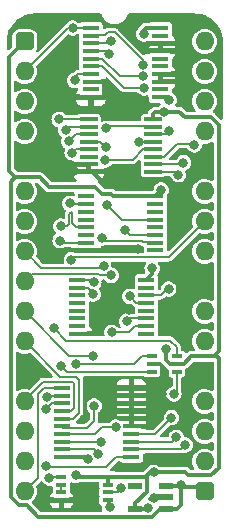
<source format=gtl>
%TF.GenerationSoftware,KiCad,Pcbnew,7.0.5*%
%TF.CreationDate,2024-05-17T10:00:08+02:00*%
%TF.ProjectId,HCP65 MPU Timer,48435036-3520-44d5-9055-2054696d6572,V1*%
%TF.SameCoordinates,PX54c81a0PY37b6b20*%
%TF.FileFunction,Copper,L1,Top*%
%TF.FilePolarity,Positive*%
%FSLAX46Y46*%
G04 Gerber Fmt 4.6, Leading zero omitted, Abs format (unit mm)*
G04 Created by KiCad (PCBNEW 7.0.5) date 2024-05-17 10:00:08*
%MOMM*%
%LPD*%
G01*
G04 APERTURE LIST*
G04 Aperture macros list*
%AMRoundRect*
0 Rectangle with rounded corners*
0 $1 Rounding radius*
0 $2 $3 $4 $5 $6 $7 $8 $9 X,Y pos of 4 corners*
0 Add a 4 corners polygon primitive as box body*
4,1,4,$2,$3,$4,$5,$6,$7,$8,$9,$2,$3,0*
0 Add four circle primitives for the rounded corners*
1,1,$1+$1,$2,$3*
1,1,$1+$1,$4,$5*
1,1,$1+$1,$6,$7*
1,1,$1+$1,$8,$9*
0 Add four rect primitives between the rounded corners*
20,1,$1+$1,$2,$3,$4,$5,0*
20,1,$1+$1,$4,$5,$6,$7,0*
20,1,$1+$1,$6,$7,$8,$9,0*
20,1,$1+$1,$8,$9,$2,$3,0*%
G04 Aperture macros list end*
%TA.AperFunction,SMDPad,CuDef*%
%ADD10R,0.875000X0.450000*%
%TD*%
%TA.AperFunction,SMDPad,CuDef*%
%ADD11R,1.450000X0.450000*%
%TD*%
%TA.AperFunction,SMDPad,CuDef*%
%ADD12R,0.950000X0.450000*%
%TD*%
%TA.AperFunction,SMDPad,CuDef*%
%ADD13R,1.525000X0.430000*%
%TD*%
%TA.AperFunction,SMDPad,CuDef*%
%ADD14R,1.150000X0.600000*%
%TD*%
%TA.AperFunction,SMDPad,CuDef*%
%ADD15R,1.475000X0.450000*%
%TD*%
%TA.AperFunction,ComponentPad*%
%ADD16RoundRect,0.400000X-0.400000X-0.400000X0.400000X-0.400000X0.400000X0.400000X-0.400000X0.400000X0*%
%TD*%
%TA.AperFunction,ComponentPad*%
%ADD17O,1.600000X1.600000*%
%TD*%
%TA.AperFunction,ComponentPad*%
%ADD18R,1.600000X1.600000*%
%TD*%
%TA.AperFunction,ViaPad*%
%ADD19C,0.800000*%
%TD*%
%TA.AperFunction,Conductor*%
%ADD20C,0.380000*%
%TD*%
%TA.AperFunction,Conductor*%
%ADD21C,0.200000*%
%TD*%
G04 APERTURE END LIST*
D10*
%TO.P,IC11,1,A*%
%TO.N,/CLK*%
X10749000Y-26655000D03*
%TO.P,IC11,2,GND*%
%TO.N,/GND*%
X10749000Y-27305000D03*
%TO.P,IC11,3,B*%
%TO.N,/~{NMI Rate Select}*%
X10749000Y-27955000D03*
%TO.P,IC11,4,Y*%
%TO.N,/~{Write NMI Rate Select}\u00B7CLK*%
X12873000Y-27955000D03*
%TO.P,IC11,5,3V*%
%TO.N,/3.3V*%
X12873000Y-27305000D03*
%TO.P,IC11,6,C*%
%TO.N,/~{WD}*%
X12873000Y-26655000D03*
%TD*%
D11*
%TO.P,IC6,1,Q11*%
%TO.N,/Q12*%
X4441000Y-20204000D03*
%TO.P,IC6,2,Q5*%
%TO.N,/Q6*%
X4441000Y-20854000D03*
%TO.P,IC6,3,Q4*%
%TO.N,unconnected-(IC6-Q4-Pad3)*%
X4441000Y-21504000D03*
%TO.P,IC6,4,Q6*%
%TO.N,unconnected-(IC6-Q6-Pad4)*%
X4441000Y-22154000D03*
%TO.P,IC6,5,Q3*%
%TO.N,unconnected-(IC6-Q3-Pad5)*%
X4441000Y-22804000D03*
%TO.P,IC6,6,Q2*%
%TO.N,unconnected-(IC6-Q2-Pad6)*%
X4441000Y-23454000D03*
%TO.P,IC6,7,Q1*%
%TO.N,unconnected-(IC6-Q1-Pad7)*%
X4441000Y-24104000D03*
%TO.P,IC6,8,GND*%
%TO.N,/GND*%
X4441000Y-24754000D03*
%TO.P,IC6,9,Q0*%
%TO.N,unconnected-(IC6-Q0-Pad9)*%
X10291000Y-24754000D03*
%TO.P,IC6,10,~{CP}*%
%TO.N,/Q0*%
X10291000Y-24104000D03*
%TO.P,IC6,11,MR*%
%TO.N,/~{Reset}*%
X10291000Y-23454000D03*
%TO.P,IC6,12,Q8*%
%TO.N,unconnected-(IC6-Q8-Pad12)*%
X10291000Y-22804000D03*
%TO.P,IC6,13,Q7*%
%TO.N,/Q8*%
X10291000Y-22154000D03*
%TO.P,IC6,14,Q9*%
%TO.N,/Q10*%
X10291000Y-21504000D03*
%TO.P,IC6,15,Q10*%
%TO.N,unconnected-(IC6-Q10-Pad15)*%
X10291000Y-20854000D03*
%TO.P,IC6,16,5V*%
%TO.N,/5V*%
X10291000Y-20204000D03*
%TD*%
D12*
%TO.P,IC1,1,CP*%
%TO.N,/CLK*%
X3105000Y-36871000D03*
%TO.P,IC1,2,D*%
%TO.N,/~{Q}*%
X3105000Y-37521000D03*
%TO.P,IC1,3,~{Q}*%
X3105000Y-38171000D03*
%TO.P,IC1,4,GND*%
%TO.N,/GND*%
X3105000Y-38821000D03*
%TO.P,IC1,5,Q*%
%TO.N,/Q0*%
X7055000Y-38821000D03*
%TO.P,IC1,6,~{RD}*%
%TO.N,/~{Reset}*%
X7055000Y-38171000D03*
%TO.P,IC1,7,~{SD}*%
%TO.N,/3.3V*%
X7055000Y-37521000D03*
%TO.P,IC1,8,3V*%
X7055000Y-36871000D03*
%TD*%
D13*
%TO.P,IC7,1,I3*%
%TO.N,/Q14*%
X5416000Y-6598500D03*
%TO.P,IC7,2,I2*%
%TO.N,/Q16*%
X5416000Y-7232500D03*
%TO.P,IC7,3,I1*%
%TO.N,/Q18*%
X5416000Y-7868500D03*
%TO.P,IC7,4,I0*%
%TO.N,/Q20*%
X5416000Y-8502500D03*
%TO.P,IC7,5,Y*%
%TO.N,/~{Set Timer}*%
X5416000Y-9138500D03*
%TO.P,IC7,6,NC*%
%TO.N,unconnected-(IC7-NC-Pad6)*%
X5416000Y-9772500D03*
%TO.P,IC7,7,~{OE}*%
%TO.N,/GND*%
X5416000Y-10408500D03*
%TO.P,IC7,8,GND*%
X5416000Y-11042500D03*
%TO.P,IC7,9,S2*%
%TO.N,/NMI_{Speed}2*%
X10840000Y-11042500D03*
%TO.P,IC7,10,S1*%
%TO.N,/NMI_{Speed}1*%
X10840000Y-10408500D03*
%TO.P,IC7,11,S0*%
%TO.N,/NMI_{Speed}0*%
X10840000Y-9772500D03*
%TO.P,IC7,12,I7*%
%TO.N,/Q6*%
X10840000Y-9138500D03*
%TO.P,IC7,13,I6*%
%TO.N,/Q8*%
X10840000Y-8502500D03*
%TO.P,IC7,14,I5*%
%TO.N,/Q10*%
X10840000Y-7868500D03*
%TO.P,IC7,15,I4*%
%TO.N,/Q12*%
X10840000Y-7232500D03*
%TO.P,IC7,16,3V*%
%TO.N,/3.3V*%
X10840000Y-6598500D03*
%TD*%
D11*
%TO.P,IC14,1,Q11*%
%TO.N,unconnected-(IC14-Q11-Pad1)*%
X5203000Y-13130263D03*
%TO.P,IC14,2,Q5*%
%TO.N,/Q18*%
X5203000Y-13780263D03*
%TO.P,IC14,3,Q4*%
%TO.N,unconnected-(IC14-Q4-Pad3)*%
X5203000Y-14430263D03*
%TO.P,IC14,4,Q6*%
%TO.N,unconnected-(IC14-Q6-Pad4)*%
X5203000Y-15080263D03*
%TO.P,IC14,5,Q3*%
%TO.N,/Q16*%
X5203000Y-15730263D03*
%TO.P,IC14,6,Q2*%
%TO.N,unconnected-(IC14-Q2-Pad6)*%
X5203000Y-16380263D03*
%TO.P,IC14,7,Q1*%
%TO.N,/Q14*%
X5203000Y-17030263D03*
%TO.P,IC14,8,GND*%
%TO.N,/GND*%
X5203000Y-17680263D03*
%TO.P,IC14,9,Q0*%
%TO.N,unconnected-(IC14-Q0-Pad9)*%
X11053000Y-17680263D03*
%TO.P,IC14,10,~{CP}*%
%TO.N,/Q12*%
X11053000Y-17030263D03*
%TO.P,IC14,11,MR*%
%TO.N,/~{Reset}*%
X11053000Y-16380263D03*
%TO.P,IC14,12,Q8*%
%TO.N,unconnected-(IC14-Q8-Pad12)*%
X11053000Y-15730263D03*
%TO.P,IC14,13,Q7*%
%TO.N,/Q20*%
X11053000Y-15080263D03*
%TO.P,IC14,14,Q9*%
%TO.N,unconnected-(IC14-Q9-Pad14)*%
X11053000Y-14430263D03*
%TO.P,IC14,15,Q10*%
%TO.N,unconnected-(IC14-Q10-Pad15)*%
X11053000Y-13780263D03*
%TO.P,IC14,16,5V*%
%TO.N,/5V*%
X11053000Y-13130263D03*
%TD*%
D14*
%TO.P,IC5,1,VIN*%
%TO.N,/5V*%
X11968000Y-39558000D03*
%TO.P,IC5,2,GND*%
%TO.N,/GND*%
X11968000Y-38608000D03*
%TO.P,IC5,3,EN*%
%TO.N,/5V*%
X11968000Y-37658000D03*
%TO.P,IC5,4,ADJ*%
%TO.N,unconnected-(IC5-ADJ-Pad4)*%
X9368000Y-37658000D03*
%TO.P,IC5,5,VOUT*%
%TO.N,/3.3V*%
X9368000Y-39558000D03*
%TD*%
D15*
%TO.P,IC2,1,~{MR}*%
%TO.N,/~{Reset}*%
X5606115Y1139131D03*
%TO.P,IC2,2,Q0*%
%TO.N,/NMI_{Speed}0*%
X5606115Y489131D03*
%TO.P,IC2,3,D0*%
%TO.N,/D0*%
X5606115Y-160869D03*
%TO.P,IC2,4,D1*%
%TO.N,/D1*%
X5606115Y-810869D03*
%TO.P,IC2,5,Q1*%
%TO.N,/NMI_{Speed}1*%
X5606115Y-1460869D03*
%TO.P,IC2,6,Q2*%
%TO.N,/NMI_{Speed}2*%
X5606115Y-2110869D03*
%TO.P,IC2,7,D2*%
%TO.N,/D2*%
X5606115Y-2760869D03*
%TO.P,IC2,8,D3*%
%TO.N,/GND*%
X5606115Y-3410869D03*
%TO.P,IC2,9,Q3*%
%TO.N,unconnected-(IC2-Q3-Pad9)*%
X5606115Y-4060869D03*
%TO.P,IC2,10,GND*%
%TO.N,/GND*%
X5606115Y-4710869D03*
%TO.P,IC2,11,CP*%
%TO.N,/~{Write NMI Rate Select}\u00B7CLK*%
X11482115Y-4710869D03*
%TO.P,IC2,12,Q4*%
%TO.N,unconnected-(IC2-Q4-Pad12)*%
X11482115Y-4060869D03*
%TO.P,IC2,13,D4*%
%TO.N,/GND*%
X11482115Y-3410869D03*
%TO.P,IC2,14,D5*%
X11482115Y-2760869D03*
%TO.P,IC2,15,Q5*%
%TO.N,unconnected-(IC2-Q5-Pad15)*%
X11482115Y-2110869D03*
%TO.P,IC2,16,Q6*%
%TO.N,unconnected-(IC2-Q6-Pad16)*%
X11482115Y-1460869D03*
%TO.P,IC2,17,D6*%
%TO.N,/GND*%
X11482115Y-810869D03*
%TO.P,IC2,18,D7*%
X11482115Y-160869D03*
%TO.P,IC2,19,Q7*%
%TO.N,unconnected-(IC2-Q7-Pad19)*%
X11482115Y489131D03*
%TO.P,IC2,20,3V*%
%TO.N,/3.3V*%
X11482115Y1139131D03*
%TD*%
%TO.P,IC9,1,~{OE1}*%
%TO.N,/~{NMI Rate Select}*%
X9034000Y-35183000D03*
%TO.P,IC9,2,A0*%
%TO.N,/NMI_{Speed}0*%
X9034000Y-34533000D03*
%TO.P,IC9,3,A1*%
%TO.N,/NMI_{Speed}1*%
X9034000Y-33883000D03*
%TO.P,IC9,4,A2*%
%TO.N,/NMI_{Speed}2*%
X9034000Y-33233000D03*
%TO.P,IC9,5,A3*%
%TO.N,/GND*%
X9034000Y-32583000D03*
%TO.P,IC9,6,A4*%
X9034000Y-31933000D03*
%TO.P,IC9,7,A5*%
X9034000Y-31283000D03*
%TO.P,IC9,8,A6*%
X9034000Y-30633000D03*
%TO.P,IC9,9,A7*%
X9034000Y-29983000D03*
%TO.P,IC9,10,GND*%
X9034000Y-29333000D03*
%TO.P,IC9,11,Y7*%
%TO.N,/D7*%
X3158000Y-29333000D03*
%TO.P,IC9,12,Y6*%
%TO.N,/D6*%
X3158000Y-29983000D03*
%TO.P,IC9,13,Y5*%
%TO.N,/D5*%
X3158000Y-30633000D03*
%TO.P,IC9,14,Y4*%
%TO.N,/D4*%
X3158000Y-31283000D03*
%TO.P,IC9,15,Y3*%
%TO.N,/D3*%
X3158000Y-31933000D03*
%TO.P,IC9,16,Y2*%
%TO.N,/D2*%
X3158000Y-32583000D03*
%TO.P,IC9,17,Y1*%
%TO.N,/D1*%
X3158000Y-33233000D03*
%TO.P,IC9,18,Y0*%
%TO.N,/D0*%
X3158000Y-33883000D03*
%TO.P,IC9,19,~{OE2}*%
%TO.N,/~{RD}*%
X3158000Y-34533000D03*
%TO.P,IC9,20,3V*%
%TO.N,/3.3V*%
X3158000Y-35183000D03*
%TD*%
D16*
%TO.P,J2,1,Pin_1*%
%TO.N,/5V*%
X0Y0D03*
D17*
%TO.P,J2,2,Pin_2*%
%TO.N,/~{Reset}*%
X0Y-2540000D03*
%TO.P,J2,3,Pin_3*%
%TO.N,/~{RD}*%
X0Y-5080000D03*
%TO.P,J2,4,Pin_4*%
%TO.N,/~{WD}*%
X0Y-7620000D03*
D18*
%TO.P,J2,5,Pin_5*%
%TO.N,/GND*%
X0Y-10160000D03*
D17*
%TO.P,J2,6,Pin_6*%
%TO.N,/CLK*%
X0Y-12700000D03*
%TO.P,J2,7,Pin_7*%
%TO.N,/~{NMI Rate Select}*%
X0Y-15240000D03*
%TO.P,J2,8,Pin_8*%
%TO.N,/D0*%
X0Y-17780000D03*
%TO.P,J2,9,Pin_9*%
%TO.N,/D1*%
X0Y-20320000D03*
%TO.P,J2,10,Pin_10*%
%TO.N,/D2*%
X0Y-22860000D03*
%TO.P,J2,11,Pin_11*%
%TO.N,/D3*%
X0Y-25400000D03*
D18*
%TO.P,J2,12,Pin_12*%
%TO.N,/GND*%
X0Y-27940000D03*
D17*
%TO.P,J2,13,Pin_13*%
%TO.N,/D4*%
X0Y-30480000D03*
%TO.P,J2,14,Pin_14*%
%TO.N,/D5*%
X0Y-33020000D03*
%TO.P,J2,15,Pin_15*%
%TO.N,/D6*%
X0Y-35560000D03*
%TO.P,J2,16,Pin_16*%
%TO.N,/D7*%
X0Y-38100000D03*
D16*
%TO.P,J2,17,Pin_17*%
%TO.N,/5V*%
X15240000Y-38100000D03*
D17*
%TO.P,J2,18,Pin_18*%
%TO.N,unconnected-(J2-Pin_18-Pad18)*%
X15240000Y-35560000D03*
%TO.P,J2,19,Pin_19*%
%TO.N,unconnected-(J2-Pin_19-Pad19)*%
X15240000Y-33020000D03*
%TO.P,J2,20,Pin_20*%
%TO.N,unconnected-(J2-Pin_20-Pad20)*%
X15240000Y-30480000D03*
D18*
%TO.P,J2,21,Pin_21*%
%TO.N,/GND*%
X15240000Y-27940000D03*
D17*
%TO.P,J2,22,Pin_22*%
%TO.N,unconnected-(J2-Pin_22-Pad22)*%
X15240000Y-25400000D03*
%TO.P,J2,23,Pin_23*%
%TO.N,unconnected-(J2-Pin_23-Pad23)*%
X15240000Y-22860000D03*
%TO.P,J2,24,Pin_24*%
%TO.N,/GND*%
X15240000Y-20320000D03*
%TO.P,J2,25,Pin_25*%
%TO.N,unconnected-(J2-Pin_25-Pad25)*%
X15240000Y-17780000D03*
%TO.P,J2,26,Pin_26*%
%TO.N,/~{Set Timer}*%
X15240000Y-15240000D03*
%TO.P,J2,27,Pin_27*%
%TO.N,unconnected-(J2-Pin_27-Pad27)*%
X15240000Y-12700000D03*
D18*
%TO.P,J2,28,Pin_28*%
%TO.N,/GND*%
X15240000Y-10160000D03*
D17*
%TO.P,J2,29,Pin_29*%
%TO.N,unconnected-(J2-Pin_29-Pad29)*%
X15240000Y-7620000D03*
%TO.P,J2,30,Pin_30*%
%TO.N,unconnected-(J2-Pin_30-Pad30)*%
X15240000Y-5080000D03*
%TO.P,J2,31,Pin_31*%
%TO.N,unconnected-(J2-Pin_31-Pad31)*%
X15240000Y-2540000D03*
%TO.P,J2,32,Pin_32*%
%TO.N,unconnected-(J2-Pin_32-Pad32)*%
X15240000Y0D03*
%TD*%
D19*
%TO.N,/5V*%
X13259980Y-37528507D03*
X11557000Y-12573000D03*
X10799000Y-19215263D03*
%TO.N,/GND*%
X4572000Y-38862000D03*
X8861795Y-22712237D03*
X4205000Y-11006747D03*
X13969988Y-1190000D03*
X9626986Y-17588000D03*
X10943518Y-38631476D03*
X11640009Y-29849563D03*
X5016266Y-32002185D03*
X3341110Y-4583864D03*
X11946490Y-22048000D03*
X10195115Y-642869D03*
X9625150Y-4826386D03*
X3007179Y-18176617D03*
X10637852Y-12179080D03*
%TO.N,/3.3V*%
X10922000Y-36477000D03*
X11938000Y-26035000D03*
X4318000Y-36734734D03*
X5318257Y-35329651D03*
X10414000Y-39483708D03*
X10068115Y627119D03*
X11810994Y-5969000D03*
%TO.N,/~{Write NMI Rate Select}\u00B7CLK*%
X12227115Y-4960869D03*
X12639995Y-29845000D03*
%TO.N,/Q6*%
X5815120Y-21387428D03*
X6817762Y-10033000D03*
%TO.N,/CLK*%
X2091451Y-36962791D03*
X4315002Y-27308000D03*
%TO.N,/~{Reset}*%
X8509000Y-16002000D03*
X8625825Y-23684000D03*
X4064000Y1143000D03*
X8193000Y-37846000D03*
%TO.N,/D0*%
X6674157Y-18988000D03*
X7304885Y61115D03*
X6494876Y-33908998D03*
%TO.N,/D1*%
X7150434Y-1083286D03*
X7327742Y-19807159D03*
X7696914Y-32639000D03*
%TO.N,/D2*%
X5812714Y-26607998D03*
X4226115Y-3309869D03*
X5875510Y-30861000D03*
%TO.N,/D5*%
X1800000Y-31114998D03*
%TO.N,/D6*%
X1887880Y-30090070D03*
%TO.N,/~{NMI Rate Select}*%
X3111501Y-27521551D03*
X1843000Y-35941000D03*
%TO.N,/~{WD}*%
X2489525Y-24307475D03*
%TO.N,/~{RD}*%
X6231116Y-34921370D03*
%TO.N,/NMI_{Speed}0*%
X9991730Y-1963484D03*
X13594185Y-34169224D03*
X14377065Y-8762210D03*
%TO.N,/NMI_{Speed}1*%
X12827000Y-33528000D03*
X13440000Y-10272406D03*
X10056061Y-2961415D03*
%TO.N,/NMI_{Speed}2*%
X12428930Y-31859930D03*
X13017500Y-11302990D03*
X10123085Y-3959169D03*
%TO.N,/Q8*%
X8877694Y-21579108D03*
X9647000Y-8500903D03*
%TO.N,/Q18*%
X3725313Y-8472108D03*
X3805000Y-13714807D03*
%TO.N,/Q0*%
X7379025Y-24624978D03*
X7188385Y-39458000D03*
%TO.N,/Q12*%
X6539000Y-16655940D03*
X6890685Y-7372636D03*
X5848424Y-20387981D03*
%TO.N,/Q10*%
X12193077Y-20970998D03*
X12239998Y-7620000D03*
%TO.N,/Q16*%
X3493266Y-7499401D03*
X3068424Y-15640232D03*
%TO.N,/Q14*%
X3009575Y-16866739D03*
X2921000Y-6604000D03*
%TO.N,/Q20*%
X6858006Y-8982006D03*
X6985000Y-13842996D03*
%TO.N,/~{Set Timer}*%
X4015463Y-9429092D03*
X3961000Y-18477000D03*
%TD*%
D20*
%TO.N,/5V*%
X13450473Y-37719000D02*
X13259980Y-37528507D01*
X7516492Y-13130263D02*
X7312229Y-12926000D01*
X11053000Y-13130263D02*
X11557000Y-12626263D01*
X11496000Y-39558000D02*
X10780268Y-40273732D01*
X11968000Y-37658000D02*
X13130487Y-37658000D01*
X11968000Y-39558000D02*
X11496000Y-39558000D01*
X-492915Y-39290000D02*
X-1190000Y-38592915D01*
X7312229Y-12926000D02*
X6576000Y-12926000D01*
X14859000Y-37719000D02*
X13450473Y-37719000D01*
X0Y0D02*
X-1338000Y-1338000D01*
X10780268Y-40273732D02*
X1157732Y-40273732D01*
X13130487Y-37658000D02*
X13259980Y-37528507D01*
X6576000Y-12926000D02*
X5969000Y-12319000D01*
X10291000Y-20204000D02*
X10799000Y-19696000D01*
X10799000Y-19696000D02*
X10799000Y-19215263D01*
X1270000Y-11510000D02*
X-809000Y-11510000D01*
X-1338000Y-1338000D02*
X-1338000Y-10981000D01*
X-1338000Y-10981000D02*
X-809000Y-11510000D01*
X5969000Y-12319000D02*
X2079000Y-12319000D01*
X174000Y-39290000D02*
X-492915Y-39290000D01*
X11557000Y-12626263D02*
X11557000Y-12573000D01*
X2079000Y-12319000D02*
X1270000Y-11510000D01*
X-1190000Y-11891000D02*
X-809000Y-11510000D01*
X11053000Y-13130263D02*
X7516492Y-13130263D01*
X11968000Y-39558000D02*
X12923000Y-39558000D01*
X13259980Y-39221020D02*
X13259980Y-37528507D01*
X12923000Y-39558000D02*
X13259980Y-39221020D01*
X1157732Y-40273732D02*
X174000Y-39290000D01*
X-1190000Y-38592915D02*
X-1190000Y-11891000D01*
%TO.N,/GND*%
X6733615Y-4700869D02*
X6723615Y-4710869D01*
X15240000Y-20320000D02*
X13512000Y-22048000D01*
X9034000Y-29333000D02*
X9034000Y-29983000D01*
X9034000Y-30633000D02*
X9034000Y-31283000D01*
X15240000Y-28067000D02*
X15240000Y-28676229D01*
X13590857Y-810869D02*
X13969988Y-1190000D01*
X11160932Y-11656000D02*
X10637852Y-12179080D01*
X5203000Y-17680263D02*
X3503533Y-17680263D01*
X13512000Y-22048000D02*
X11946490Y-22048000D01*
X10624927Y-12192005D02*
X10637852Y-12179080D01*
X3468115Y-4710869D02*
X3341110Y-4583864D01*
X9034000Y-29983000D02*
X9034000Y-30633000D01*
X6100000Y-29333000D02*
X5085500Y-30347500D01*
X13408229Y-12093000D02*
X12321229Y-12093000D01*
X11482115Y-160869D02*
X11482115Y-810869D01*
X5203000Y-17680263D02*
X9534723Y-17680263D01*
X11884229Y-11656000D02*
X11160932Y-11656000D01*
X6132769Y-24754000D02*
X8174532Y-22712237D01*
X11640009Y-27455753D02*
X11640009Y-29849563D01*
X11640009Y-30089237D02*
X11640009Y-29849563D01*
X6733615Y-3420869D02*
X6733615Y-4700869D01*
X5416000Y-11042500D02*
X2279500Y-11042500D01*
X11482115Y-2760869D02*
X11482115Y-3410869D01*
X10749000Y-27305000D02*
X11489256Y-27305000D01*
X11482115Y-810869D02*
X13590857Y-810869D01*
X9534723Y-17680263D02*
X9626986Y-17588000D01*
X10677115Y-160869D02*
X10195115Y-642869D01*
X15240000Y-10261229D02*
X13408229Y-12093000D01*
X4441000Y-24754000D02*
X6132769Y-24754000D01*
X5606115Y-4710869D02*
X3468115Y-4710869D01*
X13969988Y-1651012D02*
X13969988Y-1190000D01*
X9625150Y-4826386D02*
X6859132Y-4826386D01*
X4572000Y-38862000D02*
X3146000Y-38862000D01*
X13154229Y-30762000D02*
X12312772Y-30762000D01*
X6859132Y-4826386D02*
X6733615Y-4700869D01*
X11482115Y-160869D02*
X10677115Y-160869D01*
X11482115Y-2760869D02*
X12860131Y-2760869D01*
X9034000Y-31283000D02*
X9034000Y-31933000D01*
X6723615Y-3410869D02*
X6733615Y-3420869D01*
X6873619Y-12192005D02*
X10624927Y-12192005D01*
X2279500Y-11042500D02*
X1397000Y-10160000D01*
X5416000Y-10408500D02*
X5416000Y-11042500D01*
X9034000Y-29333000D02*
X6100000Y-29333000D01*
X11968000Y-38608000D02*
X10966994Y-38608000D01*
X15240000Y-28676229D02*
X13154229Y-30762000D01*
X5724114Y-11042500D02*
X6873619Y-12192005D01*
X5606115Y-3410869D02*
X6723615Y-3410869D01*
X1397000Y-10160000D02*
X0Y-10160000D01*
X11489256Y-27305000D02*
X11640009Y-27455753D01*
X9034000Y-31933000D02*
X9034000Y-32583000D01*
X5085500Y-30347500D02*
X5085500Y-31932951D01*
X3503533Y-17680263D02*
X3007179Y-18176617D01*
X3146000Y-38862000D02*
X3105000Y-38821000D01*
X12321229Y-12093000D02*
X11884229Y-11656000D01*
X5085500Y-31932951D02*
X5016266Y-32002185D01*
X8174532Y-22712237D02*
X8861795Y-22712237D01*
X10966994Y-38608000D02*
X10943518Y-38631476D01*
X6723615Y-4710869D02*
X5606115Y-4710869D01*
X12860131Y-2760869D02*
X13969988Y-1651012D01*
X12312772Y-30762000D02*
X11640009Y-30089237D01*
%TO.N,/3.3V*%
X10840000Y-6598500D02*
X10840000Y-6178000D01*
X16430000Y-7091001D02*
X15768999Y-6430000D01*
X16430000Y-36089000D02*
X15769000Y-36750000D01*
X16002000Y-26670000D02*
X16129000Y-26543000D01*
X10236000Y-36871000D02*
X7055000Y-36871000D01*
X15769000Y-36750000D02*
X13864229Y-36750000D01*
X13462000Y-27305000D02*
X14097000Y-26670000D01*
X10630000Y-36477000D02*
X10922000Y-36477000D01*
X12873000Y-27305000D02*
X13462000Y-27305000D01*
X12309500Y-27305000D02*
X11938000Y-26933500D01*
X10237615Y1139131D02*
X10068115Y969631D01*
X16430000Y-26844000D02*
X16430000Y-36089000D01*
X4454266Y-36871000D02*
X4318000Y-36734734D01*
X10339708Y-39558000D02*
X10414000Y-39483708D01*
X14097000Y-26670000D02*
X16002000Y-26670000D01*
X13591229Y-36477000D02*
X10922000Y-36477000D01*
X10068115Y969631D02*
X10068115Y627119D01*
X13542000Y-6430000D02*
X13081000Y-5969000D01*
X10333000Y-38130108D02*
X10333000Y-36968000D01*
X5171606Y-35183000D02*
X5318257Y-35329651D01*
X9368000Y-39095108D02*
X10333000Y-38130108D01*
X13081000Y-5969000D02*
X11810994Y-5969000D01*
X7055000Y-36871000D02*
X7055000Y-37521000D01*
X9368000Y-39558000D02*
X10339708Y-39558000D01*
X15768999Y-6430000D02*
X13542000Y-6430000D01*
X11049000Y-5969000D02*
X11810994Y-5969000D01*
X16129000Y-26543000D02*
X16430000Y-26844000D01*
X13864229Y-36750000D02*
X13591229Y-36477000D01*
X11938000Y-26933500D02*
X11938000Y-26035000D01*
X12873000Y-27305000D02*
X12309500Y-27305000D01*
X3158000Y-35183000D02*
X5171606Y-35183000D01*
X10840000Y-6178000D02*
X11049000Y-5969000D01*
X7055000Y-36871000D02*
X4454266Y-36871000D01*
X9368000Y-39558000D02*
X9368000Y-39095108D01*
X16430000Y-26242000D02*
X16430000Y-7091001D01*
X10333000Y-36968000D02*
X10236000Y-36871000D01*
X11482115Y1139131D02*
X10237615Y1139131D01*
X10236000Y-36871000D02*
X10630000Y-36477000D01*
X16129000Y-26543000D02*
X16430000Y-26242000D01*
D21*
%TO.N,/~{Write NMI Rate Select}\u00B7CLK*%
X11977115Y-4710869D02*
X12227115Y-4960869D01*
X12873000Y-29611995D02*
X12639995Y-29845000D01*
X12873000Y-27955000D02*
X12873000Y-29611995D01*
%TO.N,/Q6*%
X5599981Y-21087981D02*
X5815120Y-21303120D01*
X10038500Y-9138500D02*
X9144000Y-10033000D01*
X5558474Y-21087981D02*
X5599981Y-21087981D01*
X5324493Y-20854000D02*
X5558474Y-21087981D01*
X4441000Y-20854000D02*
X5324493Y-20854000D01*
X9144000Y-10033000D02*
X6817762Y-10033000D01*
X10840000Y-9138500D02*
X10038500Y-9138500D01*
X5815120Y-21303120D02*
X5815120Y-21387428D01*
%TO.N,/CLK*%
X10749000Y-26655000D02*
X9921000Y-26655000D01*
X9921000Y-26655000D02*
X9268000Y-27308000D01*
X2183242Y-36871000D02*
X2091451Y-36962791D01*
X3105000Y-36871000D02*
X2183242Y-36871000D01*
X9268000Y-27308000D02*
X4315002Y-27308000D01*
%TO.N,/~{Reset}*%
X10291000Y-23454000D02*
X8855825Y-23454000D01*
X11053000Y-16380263D02*
X8887263Y-16380263D01*
X3683000Y1143000D02*
X4064000Y1143000D01*
X5606115Y1139131D02*
X4067869Y1139131D01*
X4067869Y1139131D02*
X4064000Y1143000D01*
X8855825Y-23454000D02*
X8625825Y-23684000D01*
X0Y-2540000D02*
X3683000Y1143000D01*
X7055000Y-38171000D02*
X7868000Y-38171000D01*
X8887263Y-16380263D02*
X8509000Y-16002000D01*
X7868000Y-38171000D02*
X8193000Y-37846000D01*
%TO.N,/D0*%
X5606115Y-160869D02*
X7082901Y-160869D01*
X3158000Y-33883000D02*
X6468878Y-33883000D01*
X0Y-17780000D02*
X1397000Y-19177000D01*
X7082901Y-160869D02*
X7304885Y61115D01*
X1397000Y-19177000D02*
X6485157Y-19177000D01*
X6485157Y-19177000D02*
X6674157Y-18988000D01*
X6468878Y-33883000D02*
X6494876Y-33908998D01*
%TO.N,/D1*%
X6878017Y-810869D02*
X7150434Y-1083286D01*
X5606115Y-810869D02*
X6878017Y-810869D01*
X3158000Y-33233000D02*
X5953113Y-33233000D01*
X6547113Y-32639000D02*
X7696914Y-32639000D01*
X6363227Y-19807159D02*
X7327742Y-19807159D01*
X6217509Y-19661441D02*
X6363227Y-19807159D01*
X658559Y-19661441D02*
X6217509Y-19661441D01*
X0Y-20320000D02*
X658559Y-19661441D01*
X5953113Y-33233000D02*
X6547113Y-32639000D01*
%TO.N,/D2*%
X4541615Y-2760869D02*
X4226115Y-3076369D01*
X5306216Y-32702185D02*
X5875510Y-32132891D01*
X3277185Y-32702185D02*
X5306216Y-32702185D01*
X4226115Y-3076369D02*
X4226115Y-3309869D01*
X5606115Y-2760869D02*
X4541615Y-2760869D01*
X3747998Y-26607998D02*
X5812714Y-26607998D01*
X5875510Y-32132891D02*
X5875510Y-30861000D01*
X0Y-22860000D02*
X3747998Y-26607998D01*
%TO.N,/D3*%
X4595500Y-31433000D02*
X4595500Y-28642315D01*
X3008000Y-28408000D02*
X0Y-25400000D01*
X4595500Y-28642315D02*
X4361185Y-28408000D01*
X3158000Y-31933000D02*
X4095500Y-31933000D01*
X4095500Y-31933000D02*
X4595500Y-31433000D01*
X4361185Y-28408000D02*
X3008000Y-28408000D01*
%TO.N,/D4*%
X1545000Y-28808000D02*
X4047500Y-28808000D01*
X0Y-30353000D02*
X1545000Y-28808000D01*
X4195500Y-31028945D02*
X3941445Y-31283000D01*
X3941445Y-31283000D02*
X3158000Y-31283000D01*
X4047500Y-28808000D02*
X4195500Y-28956000D01*
X4195500Y-28956000D02*
X4195500Y-31028945D01*
%TO.N,/D5*%
X3158000Y-30633000D02*
X2334900Y-30633000D01*
X2334900Y-30633000D02*
X1852902Y-31114998D01*
X1852902Y-31114998D02*
X1800000Y-31114998D01*
%TO.N,/D6*%
X1994950Y-29983000D02*
X1887880Y-30090070D01*
X3158000Y-29983000D02*
X1994950Y-29983000D01*
%TO.N,/D7*%
X1100000Y-31961000D02*
X1143000Y-32004000D01*
X1143000Y-36957000D02*
X0Y-38100000D01*
X1143000Y-32004000D02*
X1143000Y-36957000D01*
X3158000Y-29333000D02*
X1655000Y-29333000D01*
X1655000Y-29333000D02*
X1100000Y-29888000D01*
X1100000Y-29888000D02*
X1100000Y-31961000D01*
%TO.N,/~{NMI Rate Select}*%
X3597950Y-28008000D02*
X3111501Y-27521551D01*
X9034000Y-35183000D02*
X7743000Y-35183000D01*
X6891266Y-36034734D02*
X1936734Y-36034734D01*
X10696000Y-28008000D02*
X3597950Y-28008000D01*
X7743000Y-35183000D02*
X6891266Y-36034734D01*
X1936734Y-36034734D02*
X1843000Y-35941000D01*
%TO.N,/~{WD}*%
X12873000Y-26655000D02*
X12873000Y-25889000D01*
X3517050Y-25335000D02*
X2489525Y-24307475D01*
X12873000Y-25889000D02*
X12319000Y-25335000D01*
X12319000Y-25335000D02*
X3517050Y-25335000D01*
%TO.N,/~{RD}*%
X3158000Y-34533000D02*
X5842746Y-34533000D01*
X5842746Y-34533000D02*
X6231116Y-34921370D01*
%TO.N,/NMI_{Speed}0*%
X6792951Y539131D02*
X7014935Y761115D01*
X9991730Y-1582484D02*
X9991730Y-1963484D01*
X11802500Y-9772500D02*
X12877000Y-8698000D01*
X13230409Y-34533000D02*
X13594185Y-34169224D01*
X9034000Y-34533000D02*
X13230409Y-34533000D01*
X5656115Y539131D02*
X6792951Y539131D01*
X10840000Y-9772500D02*
X11802500Y-9772500D01*
X12877000Y-8698000D02*
X14312855Y-8698000D01*
X7014935Y761115D02*
X7648131Y761115D01*
X14312855Y-8698000D02*
X14377065Y-8762210D01*
X7648131Y761115D02*
X9991730Y-1582484D01*
%TO.N,/NMI_{Speed}1*%
X10840000Y-10408500D02*
X13303906Y-10408500D01*
X12472000Y-33883000D02*
X12827000Y-33528000D01*
X8034004Y-2961415D02*
X10056061Y-2961415D01*
X5606115Y-1460869D02*
X6533458Y-1460869D01*
X6533458Y-1460869D02*
X8034004Y-2961415D01*
X13303906Y-10408500D02*
X13440000Y-10272406D01*
X9034000Y-33883000D02*
X12472000Y-33883000D01*
%TO.N,/NMI_{Speed}2*%
X9034000Y-33233000D02*
X11055860Y-33233000D01*
X11055860Y-33233000D02*
X12428930Y-31859930D01*
X6583115Y-2110869D02*
X8431415Y-3959169D01*
X12757010Y-11042500D02*
X13017500Y-11302990D01*
X8431415Y-3959169D02*
X10123085Y-3959169D01*
X10840000Y-11042500D02*
X12757010Y-11042500D01*
X5606115Y-2110869D02*
X6583115Y-2110869D01*
%TO.N,/Q8*%
X9648597Y-8502500D02*
X9647000Y-8500903D01*
X10291000Y-22154000D02*
X9452586Y-22154000D01*
X10840000Y-8502500D02*
X9648597Y-8502500D01*
X9452586Y-22154000D02*
X8877694Y-21579108D01*
%TO.N,/Q18*%
X5416000Y-7868500D02*
X4328921Y-7868500D01*
X5203000Y-13780263D02*
X3870456Y-13780263D01*
X4328921Y-7868500D02*
X3725313Y-8472108D01*
X3870456Y-13780263D02*
X3805000Y-13714807D01*
%TO.N,/~{Q}*%
X3105000Y-37521000D02*
X3105000Y-38171000D01*
%TO.N,/Q0*%
X7055000Y-39324615D02*
X7188385Y-39458000D01*
X9366000Y-24104000D02*
X8845022Y-24624978D01*
X10291000Y-24104000D02*
X9366000Y-24104000D01*
X7055000Y-38821000D02*
X7055000Y-39324615D01*
X8845022Y-24624978D02*
X7379025Y-24624978D01*
%TO.N,/Q12*%
X7139862Y-7123459D02*
X6890685Y-7372636D01*
X5664443Y-20204000D02*
X5848424Y-20387981D01*
X10820999Y-16980262D02*
X10009198Y-16980262D01*
X10730959Y-7123459D02*
X7139862Y-7123459D01*
X4441000Y-20204000D02*
X5664443Y-20204000D01*
X6771060Y-16888000D02*
X6539000Y-16655940D01*
X9916936Y-16888000D02*
X6771060Y-16888000D01*
X10009198Y-16980262D02*
X9916936Y-16888000D01*
%TO.N,/Q10*%
X10840000Y-7868500D02*
X11991498Y-7868500D01*
X12033552Y-20970998D02*
X12193077Y-20970998D01*
X10291000Y-21504000D02*
X11500550Y-21504000D01*
X11991498Y-7868500D02*
X12239998Y-7620000D01*
X11500550Y-21504000D02*
X12033552Y-20970998D01*
%TO.N,/Q16*%
X4353000Y-15730263D02*
X3985604Y-15362867D01*
X5416000Y-7232500D02*
X3760167Y-7232500D01*
X3555569Y-15640232D02*
X3068424Y-15640232D01*
X5203000Y-15730263D02*
X4353000Y-15730263D01*
X3985604Y-15362867D02*
X3985604Y-14414807D01*
X3773000Y-14627411D02*
X3773000Y-15182544D01*
X3985604Y-14414807D02*
X3773000Y-14627411D01*
X3754000Y-15201544D02*
X3754000Y-15201550D01*
X3760167Y-7232500D02*
X3493266Y-7499401D01*
X3773000Y-15182544D02*
X3754000Y-15201544D01*
X3753996Y-15201561D02*
X3753988Y-15201573D01*
X3753988Y-15201573D02*
X3753991Y-15441810D01*
X3753991Y-15441810D02*
X3555569Y-15640232D01*
X3754000Y-15201550D02*
X3753996Y-15201554D01*
X3753996Y-15201554D02*
X3753996Y-15201561D01*
%TO.N,/Q14*%
X3173099Y-17030263D02*
X3009575Y-16866739D01*
X2926500Y-6598500D02*
X2921000Y-6604000D01*
X5203000Y-17030263D02*
X3173099Y-17030263D01*
X5416000Y-6598500D02*
X2926500Y-6598500D01*
%TO.N,/Q20*%
X6378500Y-8502500D02*
X6858006Y-8982006D01*
X5416000Y-8502500D02*
X6378500Y-8502500D01*
X11053000Y-15080263D02*
X8222267Y-15080263D01*
X8222267Y-15080263D02*
X6985000Y-13842996D01*
%TO.N,/~{Set Timer}*%
X12192000Y-18288000D02*
X4150000Y-18288000D01*
X15240000Y-15240000D02*
X12192000Y-18288000D01*
X4306055Y-9138500D02*
X4015463Y-9429092D01*
X4150000Y-18288000D02*
X3961000Y-18477000D01*
X5416000Y-9138500D02*
X4306055Y-9138500D01*
%TD*%
%TA.AperFunction,Conductor*%
%TO.N,/GND*%
G36*
X15932539Y-27130185D02*
G01*
X15978294Y-27182989D01*
X15989500Y-27234500D01*
X15989500Y-29482585D01*
X15969815Y-29549624D01*
X15917011Y-29595379D01*
X15847853Y-29605323D01*
X15807047Y-29591943D01*
X15643958Y-29504769D01*
X15544943Y-29474733D01*
X15445934Y-29444700D01*
X15445932Y-29444699D01*
X15445934Y-29444699D01*
X15240000Y-29424417D01*
X15034067Y-29444699D01*
X14836043Y-29504769D01*
X14752127Y-29549624D01*
X14653550Y-29602315D01*
X14653548Y-29602316D01*
X14653547Y-29602317D01*
X14493589Y-29733589D01*
X14362317Y-29893547D01*
X14264769Y-30076043D01*
X14204699Y-30274067D01*
X14184417Y-30479999D01*
X14204699Y-30685932D01*
X14204700Y-30685934D01*
X14264768Y-30883954D01*
X14362315Y-31066450D01*
X14362317Y-31066452D01*
X14493589Y-31226410D01*
X14590209Y-31305702D01*
X14653550Y-31357685D01*
X14836046Y-31455232D01*
X15034066Y-31515300D01*
X15034065Y-31515300D01*
X15052529Y-31517118D01*
X15240000Y-31535583D01*
X15445934Y-31515300D01*
X15643954Y-31455232D01*
X15807048Y-31368055D01*
X15875447Y-31353814D01*
X15940691Y-31378813D01*
X15982062Y-31435118D01*
X15989499Y-31477414D01*
X15989499Y-32022585D01*
X15969814Y-32089624D01*
X15917010Y-32135379D01*
X15847852Y-32145323D01*
X15807046Y-32131943D01*
X15643954Y-32044768D01*
X15445934Y-31984700D01*
X15445932Y-31984699D01*
X15445934Y-31984699D01*
X15240000Y-31964417D01*
X15034067Y-31984699D01*
X14836043Y-32044769D01*
X14752127Y-32089624D01*
X14653550Y-32142315D01*
X14653548Y-32142316D01*
X14653547Y-32142317D01*
X14493589Y-32273589D01*
X14362317Y-32433547D01*
X14264769Y-32616043D01*
X14204699Y-32814067D01*
X14184417Y-33020000D01*
X14204699Y-33225932D01*
X14204700Y-33225934D01*
X14264768Y-33423954D01*
X14362315Y-33606450D01*
X14384193Y-33633108D01*
X14493589Y-33766410D01*
X14590209Y-33845702D01*
X14653550Y-33897685D01*
X14836046Y-33995232D01*
X15034066Y-34055300D01*
X15034065Y-34055300D01*
X15052529Y-34057118D01*
X15240000Y-34075583D01*
X15445934Y-34055300D01*
X15643954Y-33995232D01*
X15807048Y-33908055D01*
X15875447Y-33893814D01*
X15940691Y-33918813D01*
X15982062Y-33975118D01*
X15989499Y-34017414D01*
X15989499Y-34562585D01*
X15969814Y-34629624D01*
X15917010Y-34675379D01*
X15847852Y-34685323D01*
X15807046Y-34671943D01*
X15643954Y-34584768D01*
X15445934Y-34524700D01*
X15445932Y-34524699D01*
X15445934Y-34524699D01*
X15240000Y-34504417D01*
X15034067Y-34524699D01*
X14836043Y-34584769D01*
X14752127Y-34629624D01*
X14653550Y-34682315D01*
X14653548Y-34682316D01*
X14653547Y-34682317D01*
X14493589Y-34813589D01*
X14362317Y-34973547D01*
X14264769Y-35156043D01*
X14204699Y-35354067D01*
X14184417Y-35560000D01*
X14204699Y-35765932D01*
X14204700Y-35765934D01*
X14264768Y-35963954D01*
X14351944Y-36127048D01*
X14366186Y-36195449D01*
X14341186Y-36260693D01*
X14284882Y-36302064D01*
X14242586Y-36309500D01*
X14098052Y-36309500D01*
X14031013Y-36289815D01*
X14010371Y-36273181D01*
X13970000Y-36232810D01*
X13970000Y-34705339D01*
X14084668Y-34603754D01*
X14174405Y-34473747D01*
X14230422Y-34326042D01*
X14249463Y-34169224D01*
X14230422Y-34012406D01*
X14174405Y-33864701D01*
X14084668Y-33734694D01*
X13969999Y-33633108D01*
X13970000Y-27419961D01*
X14243142Y-27146819D01*
X14304465Y-27113334D01*
X14330823Y-27110500D01*
X15865500Y-27110500D01*
X15932539Y-27130185D01*
G37*
%TD.AperFunction*%
%TA.AperFunction,Conductor*%
G36*
X15940691Y-16138813D02*
G01*
X15982062Y-16195118D01*
X15989499Y-16237414D01*
X15989499Y-16782585D01*
X15969814Y-16849624D01*
X15917010Y-16895379D01*
X15847852Y-16905323D01*
X15807046Y-16891943D01*
X15643954Y-16804768D01*
X15445934Y-16744700D01*
X15445932Y-16744699D01*
X15445934Y-16744699D01*
X15240000Y-16724417D01*
X15034067Y-16744699D01*
X14836043Y-16804769D01*
X14752127Y-16849624D01*
X14653550Y-16902315D01*
X14653548Y-16902316D01*
X14653547Y-16902317D01*
X14493589Y-17033589D01*
X14362317Y-17193547D01*
X14264769Y-17376043D01*
X14204699Y-17574067D01*
X14184417Y-17779999D01*
X14204699Y-17985932D01*
X14204700Y-17985934D01*
X14264768Y-18183954D01*
X14362315Y-18366450D01*
X14362317Y-18366452D01*
X14493589Y-18526410D01*
X14590209Y-18605702D01*
X14653550Y-18657685D01*
X14836046Y-18755232D01*
X15034066Y-18815300D01*
X15034065Y-18815300D01*
X15052529Y-18817118D01*
X15240000Y-18835583D01*
X15445934Y-18815300D01*
X15643954Y-18755232D01*
X15807048Y-18668055D01*
X15875449Y-18653814D01*
X15940693Y-18678814D01*
X15982064Y-18735118D01*
X15989500Y-18777414D01*
X15989500Y-21862585D01*
X15969815Y-21929624D01*
X15917011Y-21975379D01*
X15847853Y-21985323D01*
X15807047Y-21971943D01*
X15643958Y-21884769D01*
X15544943Y-21854733D01*
X15445934Y-21824700D01*
X15445932Y-21824699D01*
X15445934Y-21824699D01*
X15240000Y-21804417D01*
X15034067Y-21824699D01*
X14836043Y-21884769D01*
X14752127Y-21929624D01*
X14653550Y-21982315D01*
X14653548Y-21982316D01*
X14653547Y-21982317D01*
X14493589Y-22113589D01*
X14362317Y-22273547D01*
X14264769Y-22456043D01*
X14204699Y-22654067D01*
X14184417Y-22860000D01*
X14204699Y-23065932D01*
X14204700Y-23065934D01*
X14264768Y-23263954D01*
X14362315Y-23446450D01*
X14362317Y-23446452D01*
X14493589Y-23606410D01*
X14590209Y-23685702D01*
X14653550Y-23737685D01*
X14836046Y-23835232D01*
X15034066Y-23895300D01*
X15034065Y-23895300D01*
X15052529Y-23897118D01*
X15240000Y-23915583D01*
X15445934Y-23895300D01*
X15643954Y-23835232D01*
X15807048Y-23748055D01*
X15875447Y-23733814D01*
X15940691Y-23758813D01*
X15982062Y-23815118D01*
X15989499Y-23857414D01*
X15989499Y-24402585D01*
X15969814Y-24469624D01*
X15917010Y-24515379D01*
X15847852Y-24525323D01*
X15807046Y-24511943D01*
X15643954Y-24424768D01*
X15445934Y-24364700D01*
X15445932Y-24364699D01*
X15445934Y-24364699D01*
X15240000Y-24344417D01*
X15034067Y-24364699D01*
X14836043Y-24424769D01*
X14752127Y-24469624D01*
X14653550Y-24522315D01*
X14653548Y-24522316D01*
X14653547Y-24522317D01*
X14493589Y-24653589D01*
X14362317Y-24813547D01*
X14264769Y-24996043D01*
X14204699Y-25194067D01*
X14184417Y-25400000D01*
X14204699Y-25605932D01*
X14264769Y-25803956D01*
X14362317Y-25986453D01*
X14395458Y-26026836D01*
X14422770Y-26091146D01*
X14410978Y-26160014D01*
X14363826Y-26211573D01*
X14299604Y-26229500D01*
X14125228Y-26229500D01*
X14118289Y-26229110D01*
X14105073Y-26227621D01*
X14080344Y-26224834D01*
X14024317Y-26235434D01*
X14022034Y-26235822D01*
X13970000Y-26243665D01*
X13970000Y-17005681D01*
X14725491Y-16250189D01*
X14786812Y-16216706D01*
X14849162Y-16219210D01*
X15034066Y-16275300D01*
X15034065Y-16275300D01*
X15052529Y-16277118D01*
X15240000Y-16295583D01*
X15445934Y-16275300D01*
X15643954Y-16215232D01*
X15807048Y-16128055D01*
X15875447Y-16113814D01*
X15940691Y-16138813D01*
G37*
%TD.AperFunction*%
%TA.AperFunction,Conductor*%
G36*
X15940693Y-8518814D02*
G01*
X15982064Y-8575118D01*
X15989500Y-8617414D01*
X15989500Y-11702585D01*
X15969815Y-11769624D01*
X15917011Y-11815379D01*
X15847853Y-11825323D01*
X15807047Y-11811943D01*
X15643958Y-11724769D01*
X15544943Y-11694733D01*
X15445934Y-11664700D01*
X15445932Y-11664699D01*
X15445934Y-11664699D01*
X15240000Y-11644417D01*
X15034067Y-11664699D01*
X14836043Y-11724769D01*
X14752127Y-11769624D01*
X14653550Y-11822315D01*
X14653548Y-11822316D01*
X14653547Y-11822317D01*
X14493589Y-11953589D01*
X14362317Y-12113547D01*
X14264769Y-12296043D01*
X14204699Y-12494067D01*
X14184417Y-12700000D01*
X14204699Y-12905932D01*
X14204700Y-12905934D01*
X14264768Y-13103954D01*
X14362315Y-13286450D01*
X14362317Y-13286452D01*
X14493589Y-13446410D01*
X14590209Y-13525702D01*
X14653550Y-13577685D01*
X14836046Y-13675232D01*
X15034066Y-13735300D01*
X15034065Y-13735300D01*
X15052529Y-13737118D01*
X15240000Y-13755583D01*
X15445934Y-13735300D01*
X15643954Y-13675232D01*
X15807048Y-13588055D01*
X15875447Y-13573814D01*
X15940691Y-13598813D01*
X15982062Y-13655118D01*
X15989499Y-13697414D01*
X15989499Y-14242585D01*
X15969814Y-14309624D01*
X15917010Y-14355379D01*
X15847852Y-14365323D01*
X15807046Y-14351943D01*
X15643954Y-14264768D01*
X15445934Y-14204700D01*
X15445932Y-14204699D01*
X15445934Y-14204699D01*
X15240000Y-14184417D01*
X15034067Y-14204699D01*
X14836043Y-14264769D01*
X14752127Y-14309624D01*
X14653550Y-14362315D01*
X14653548Y-14362316D01*
X14653547Y-14362317D01*
X14493589Y-14493589D01*
X14362317Y-14653547D01*
X14264769Y-14836043D01*
X14204699Y-15034067D01*
X14184417Y-15240000D01*
X14204699Y-15445932D01*
X14260788Y-15630832D01*
X14261411Y-15700699D01*
X14229808Y-15754508D01*
X13970000Y-16014315D01*
X13970000Y-10649685D01*
X14020220Y-10576929D01*
X14076237Y-10429224D01*
X14095278Y-10272406D01*
X14076237Y-10115588D01*
X14020220Y-9967883D01*
X13970000Y-9895126D01*
X13970000Y-9270641D01*
X14004824Y-9301493D01*
X14004826Y-9301494D01*
X14144699Y-9374906D01*
X14298079Y-9412710D01*
X14298080Y-9412710D01*
X14456050Y-9412710D01*
X14609430Y-9374906D01*
X14749305Y-9301493D01*
X14867548Y-9196740D01*
X14957285Y-9066733D01*
X15013302Y-8919028D01*
X15030579Y-8776732D01*
X15058200Y-8712556D01*
X15116134Y-8673499D01*
X15165826Y-8668277D01*
X15240000Y-8675583D01*
X15445934Y-8655300D01*
X15643954Y-8595232D01*
X15807048Y-8508055D01*
X15875449Y-8493814D01*
X15940693Y-8518814D01*
G37*
%TD.AperFunction*%
%TA.AperFunction,Conductor*%
G36*
X14349134Y2363257D02*
G01*
X14349400Y2363233D01*
X14360100Y2363233D01*
X14402395Y2363233D01*
X14406138Y2363120D01*
X14424192Y2362029D01*
X14685390Y2346233D01*
X14692824Y2345329D01*
X14966153Y2295243D01*
X14973415Y2293452D01*
X15238710Y2210785D01*
X15245716Y2208128D01*
X15499109Y2094089D01*
X15505740Y2090609D01*
X15743553Y1946848D01*
X15749700Y1942605D01*
X15968452Y1771227D01*
X15974049Y1766267D01*
X16170543Y1569776D01*
X16175513Y1564167D01*
X16346879Y1345436D01*
X16351136Y1339269D01*
X16494893Y1101468D01*
X16498375Y1094833D01*
X16612419Y841443D01*
X16615072Y834449D01*
X16692351Y586453D01*
X16697742Y569153D01*
X16699535Y561877D01*
X16749624Y288552D01*
X16750527Y281113D01*
X16767386Y2432D01*
X16767499Y-1313D01*
X16767499Y-6506177D01*
X16747814Y-6573216D01*
X16695010Y-6618971D01*
X16625852Y-6628915D01*
X16562296Y-6599890D01*
X16555818Y-6593858D01*
X16100442Y-6138482D01*
X16095805Y-6133294D01*
X16071998Y-6103441D01*
X16024892Y-6071324D01*
X16023001Y-6069983D01*
X15975622Y-6035016D01*
X15933371Y-5979368D01*
X15927912Y-5909712D01*
X15960979Y-5848163D01*
X15970584Y-5839397D01*
X15986410Y-5826410D01*
X16117685Y-5666450D01*
X16215232Y-5483954D01*
X16275300Y-5285934D01*
X16295583Y-5080000D01*
X16275300Y-4874066D01*
X16215232Y-4676046D01*
X16117685Y-4493550D01*
X16065702Y-4430209D01*
X15986410Y-4333589D01*
X15826452Y-4202317D01*
X15826453Y-4202317D01*
X15826450Y-4202315D01*
X15643954Y-4104768D01*
X15445934Y-4044700D01*
X15445932Y-4044699D01*
X15445934Y-4044699D01*
X15240000Y-4024417D01*
X15034067Y-4044699D01*
X14836043Y-4104769D01*
X14725898Y-4163643D01*
X14653550Y-4202315D01*
X14653548Y-4202316D01*
X14653547Y-4202317D01*
X14493589Y-4333589D01*
X14362317Y-4493547D01*
X14264769Y-4676043D01*
X14204699Y-4874067D01*
X14184417Y-5079999D01*
X14204699Y-5285932D01*
X14204700Y-5285934D01*
X14264768Y-5483954D01*
X14362315Y-5666450D01*
X14362317Y-5666452D01*
X14461112Y-5786836D01*
X14488424Y-5851146D01*
X14476633Y-5920013D01*
X14429480Y-5971573D01*
X14365258Y-5989500D01*
X13970000Y-5989500D01*
X13970000Y-2540000D01*
X14184417Y-2540000D01*
X14204699Y-2745932D01*
X14204700Y-2745934D01*
X14264768Y-2943954D01*
X14362315Y-3126450D01*
X14362317Y-3126452D01*
X14493589Y-3286410D01*
X14590209Y-3365702D01*
X14653550Y-3417685D01*
X14836046Y-3515232D01*
X15034066Y-3575300D01*
X15034065Y-3575300D01*
X15052529Y-3577118D01*
X15240000Y-3595583D01*
X15445934Y-3575300D01*
X15643954Y-3515232D01*
X15826450Y-3417685D01*
X15986410Y-3286410D01*
X16117685Y-3126450D01*
X16215232Y-2943954D01*
X16275300Y-2745934D01*
X16295583Y-2540000D01*
X16275300Y-2334066D01*
X16215232Y-2136046D01*
X16117685Y-1953550D01*
X16065702Y-1890209D01*
X15986410Y-1793589D01*
X15826452Y-1662317D01*
X15826453Y-1662317D01*
X15826450Y-1662315D01*
X15643954Y-1564768D01*
X15445934Y-1504700D01*
X15445932Y-1504699D01*
X15445934Y-1504699D01*
X15240000Y-1484417D01*
X15034067Y-1504699D01*
X14836043Y-1564769D01*
X14725898Y-1623643D01*
X14653550Y-1662315D01*
X14653548Y-1662316D01*
X14653547Y-1662317D01*
X14493589Y-1793589D01*
X14362317Y-1953547D01*
X14264769Y-2136043D01*
X14204699Y-2334067D01*
X14184417Y-2540000D01*
X13970000Y-2540000D01*
X13970000Y0D01*
X14184417Y0D01*
X14204699Y-205932D01*
X14204700Y-205934D01*
X14264768Y-403954D01*
X14362315Y-586450D01*
X14362317Y-586452D01*
X14493589Y-746410D01*
X14590209Y-825702D01*
X14653550Y-877685D01*
X14836046Y-975232D01*
X15034066Y-1035300D01*
X15034065Y-1035300D01*
X15052529Y-1037118D01*
X15240000Y-1055583D01*
X15445934Y-1035300D01*
X15643954Y-975232D01*
X15826450Y-877685D01*
X15986410Y-746410D01*
X16117685Y-586450D01*
X16215232Y-403954D01*
X16275300Y-205934D01*
X16295583Y0D01*
X16275300Y205934D01*
X16215232Y403954D01*
X16117685Y586450D01*
X16065702Y649791D01*
X15986410Y746411D01*
X15826452Y877683D01*
X15826453Y877683D01*
X15826450Y877685D01*
X15643954Y975232D01*
X15445934Y1035300D01*
X15445932Y1035301D01*
X15445934Y1035301D01*
X15240000Y1055583D01*
X15034067Y1035301D01*
X14836043Y975231D01*
X14725898Y916357D01*
X14653550Y877685D01*
X14653548Y877684D01*
X14653547Y877683D01*
X14493589Y746411D01*
X14362317Y586453D01*
X14362315Y586450D01*
X14323643Y514102D01*
X14264769Y403957D01*
X14204699Y205933D01*
X14184417Y0D01*
X13970000Y0D01*
X13970000Y2363416D01*
X14349134Y2363257D01*
G37*
%TD.AperFunction*%
%TD*%
%TA.AperFunction,Conductor*%
%TO.N,/GND*%
G36*
X1270000Y-39763039D02*
G01*
X627276Y-39120315D01*
X593791Y-39058992D01*
X598775Y-38989300D01*
X636293Y-38936780D01*
X746410Y-38846410D01*
X746410Y-38846409D01*
X877685Y-38686450D01*
X975232Y-38503954D01*
X1035300Y-38305934D01*
X1055583Y-38100000D01*
X1035300Y-37894066D01*
X979210Y-37709163D01*
X978588Y-37639298D01*
X1010189Y-37585491D01*
X1270000Y-37325681D01*
X1270000Y-39763039D01*
G37*
%TD.AperFunction*%
%TA.AperFunction,Conductor*%
G36*
X-567050Y-26288054D02*
G01*
X-403954Y-26375232D01*
X-205934Y-26435300D01*
X-205935Y-26435300D01*
X-185653Y-26437297D01*
X0Y-26455583D01*
X205934Y-26435300D01*
X390836Y-26379210D01*
X460699Y-26378588D01*
X514509Y-26410191D01*
X1270000Y-27165682D01*
X1270000Y-28587315D01*
X417067Y-29440249D01*
X355744Y-29473734D01*
X293392Y-29471229D01*
X205933Y-29444699D01*
X205934Y-29444699D01*
X0Y-29424417D01*
X-205933Y-29444699D01*
X-403959Y-29504769D01*
X-567047Y-29591943D01*
X-635449Y-29606185D01*
X-700693Y-29581185D01*
X-742064Y-29524880D01*
X-749500Y-29482585D01*
X-749500Y-26397414D01*
X-729815Y-26330375D01*
X-677011Y-26284620D01*
X-607853Y-26274676D01*
X-567050Y-26288054D01*
G37*
%TD.AperFunction*%
%TA.AperFunction,Conductor*%
G36*
X1103216Y-11970185D02*
G01*
X1123858Y-11986818D01*
X1270000Y-12132961D01*
X1270000Y-18554318D01*
X1010191Y-18294509D01*
X976706Y-18233186D01*
X979210Y-18170837D01*
X1035300Y-17985934D01*
X1055583Y-17780000D01*
X1035300Y-17574066D01*
X975232Y-17376046D01*
X877685Y-17193550D01*
X825702Y-17130209D01*
X746410Y-17033589D01*
X628677Y-16936969D01*
X586450Y-16902315D01*
X403954Y-16804768D01*
X205934Y-16744700D01*
X205932Y-16744699D01*
X205934Y-16744699D01*
X0Y-16724417D01*
X-205933Y-16744699D01*
X-403959Y-16804769D01*
X-567047Y-16891943D01*
X-635449Y-16906185D01*
X-700693Y-16881185D01*
X-742064Y-16824880D01*
X-749500Y-16782585D01*
X-749500Y-16237414D01*
X-729815Y-16170375D01*
X-677011Y-16124620D01*
X-607853Y-16114676D01*
X-567050Y-16128054D01*
X-403954Y-16215232D01*
X-205934Y-16275300D01*
X-205935Y-16275300D01*
X-187471Y-16277118D01*
X0Y-16295583D01*
X205934Y-16275300D01*
X403954Y-16215232D01*
X586450Y-16117685D01*
X746410Y-15986410D01*
X877685Y-15826450D01*
X975232Y-15643954D01*
X1035300Y-15445934D01*
X1055583Y-15240000D01*
X1035300Y-15034066D01*
X975232Y-14836046D01*
X877685Y-14653550D01*
X825702Y-14590209D01*
X746410Y-14493589D01*
X628677Y-14396969D01*
X586450Y-14362315D01*
X403954Y-14264768D01*
X205934Y-14204700D01*
X205932Y-14204699D01*
X205934Y-14204699D01*
X18463Y-14186235D01*
X0Y-14184417D01*
X-1Y-14184417D01*
X-205933Y-14204699D01*
X-403959Y-14264769D01*
X-567047Y-14351943D01*
X-635449Y-14366185D01*
X-700693Y-14341185D01*
X-742064Y-14284880D01*
X-749500Y-14242585D01*
X-749500Y-13697414D01*
X-729815Y-13630375D01*
X-677011Y-13584620D01*
X-607853Y-13574676D01*
X-567050Y-13588054D01*
X-403954Y-13675232D01*
X-205934Y-13735300D01*
X-205935Y-13735300D01*
X-185653Y-13737297D01*
X0Y-13755583D01*
X205934Y-13735300D01*
X403954Y-13675232D01*
X586450Y-13577685D01*
X746410Y-13446410D01*
X877685Y-13286450D01*
X975232Y-13103954D01*
X1035300Y-12905934D01*
X1055583Y-12700000D01*
X1035300Y-12494066D01*
X975232Y-12296046D01*
X888055Y-12132951D01*
X873814Y-12064551D01*
X898814Y-11999307D01*
X955118Y-11957936D01*
X997414Y-11950500D01*
X1036177Y-11950500D01*
X1103216Y-11970185D01*
G37*
%TD.AperFunction*%
%TA.AperFunction,Conductor*%
G36*
X1270000Y-11069191D02*
G01*
X1220122Y-11067324D01*
X1210890Y-11068365D01*
X1210793Y-11067510D01*
X1195680Y-11069500D01*
X-575177Y-11069500D01*
X-642216Y-11049815D01*
X-662858Y-11033181D01*
X-861181Y-10834858D01*
X-894666Y-10773535D01*
X-897500Y-10747177D01*
X-897500Y-8504589D01*
X-877815Y-8437550D01*
X-825011Y-8391795D01*
X-755853Y-8381851D01*
X-694836Y-8408735D01*
X-586450Y-8497685D01*
X-403954Y-8595232D01*
X-205934Y-8655300D01*
X-205935Y-8655300D01*
X-185652Y-8657297D01*
X0Y-8675583D01*
X205934Y-8655300D01*
X403954Y-8595232D01*
X586450Y-8497685D01*
X746410Y-8366410D01*
X877685Y-8206450D01*
X975232Y-8023954D01*
X1035300Y-7825934D01*
X1055583Y-7620000D01*
X1035300Y-7414066D01*
X975232Y-7216046D01*
X877685Y-7033550D01*
X825702Y-6970209D01*
X746410Y-6873589D01*
X586452Y-6742317D01*
X586453Y-6742317D01*
X586450Y-6742315D01*
X403954Y-6644768D01*
X205934Y-6584700D01*
X205932Y-6584699D01*
X205934Y-6584699D01*
X0Y-6564417D01*
X-205933Y-6584699D01*
X-403957Y-6644769D01*
X-514102Y-6703643D01*
X-586450Y-6742315D01*
X-586452Y-6742316D01*
X-586453Y-6742317D01*
X-694836Y-6831264D01*
X-759146Y-6858576D01*
X-828013Y-6846785D01*
X-879573Y-6799632D01*
X-897500Y-6735410D01*
X-897500Y-5964589D01*
X-877815Y-5897550D01*
X-825011Y-5851795D01*
X-755853Y-5841851D01*
X-694836Y-5868735D01*
X-586450Y-5957685D01*
X-403954Y-6055232D01*
X-205934Y-6115300D01*
X-205935Y-6115300D01*
X-187471Y-6117118D01*
X0Y-6135583D01*
X205934Y-6115300D01*
X403954Y-6055232D01*
X586450Y-5957685D01*
X746410Y-5826410D01*
X877685Y-5666450D01*
X975232Y-5483954D01*
X1035300Y-5285934D01*
X1055583Y-5080000D01*
X1035300Y-4874066D01*
X975232Y-4676046D01*
X877685Y-4493550D01*
X825702Y-4430209D01*
X746410Y-4333589D01*
X586452Y-4202317D01*
X586453Y-4202317D01*
X586450Y-4202315D01*
X403954Y-4104768D01*
X205934Y-4044700D01*
X205932Y-4044699D01*
X205934Y-4044699D01*
X18463Y-4026235D01*
X0Y-4024417D01*
X-1Y-4024417D01*
X-205933Y-4044699D01*
X-403957Y-4104769D01*
X-514102Y-4163643D01*
X-586450Y-4202315D01*
X-586452Y-4202316D01*
X-586453Y-4202317D01*
X-694836Y-4291264D01*
X-759146Y-4318576D01*
X-828013Y-4306785D01*
X-879573Y-4259632D01*
X-897500Y-4195410D01*
X-897500Y-3424589D01*
X-877815Y-3357550D01*
X-825011Y-3311795D01*
X-755853Y-3301851D01*
X-694836Y-3328735D01*
X-586450Y-3417685D01*
X-403954Y-3515232D01*
X-205934Y-3575300D01*
X-205935Y-3575300D01*
X-185653Y-3577297D01*
X0Y-3595583D01*
X205934Y-3575300D01*
X403954Y-3515232D01*
X586450Y-3417685D01*
X746410Y-3286410D01*
X877685Y-3126450D01*
X975232Y-2943954D01*
X1035300Y-2745934D01*
X1055583Y-2540000D01*
X1035300Y-2334066D01*
X979210Y-2149163D01*
X978588Y-2079298D01*
X1010189Y-2025491D01*
X1269999Y-1765681D01*
X1270000Y-11069191D01*
G37*
%TD.AperFunction*%
%TA.AperFunction,Conductor*%
G36*
X1270000Y-774316D02*
G01*
X1142662Y-901654D01*
X1081339Y-935139D01*
X1011647Y-930155D01*
X955714Y-888283D01*
X931297Y-822819D01*
X946149Y-754546D01*
X948227Y-750890D01*
X1001744Y-660398D01*
X1047598Y-502569D01*
X1050500Y-465694D01*
X1050500Y465694D01*
X1047598Y502569D01*
X1001744Y660398D01*
X918081Y801865D01*
X918079Y801867D01*
X918076Y801871D01*
X801870Y918077D01*
X801862Y918083D01*
X660396Y1001745D01*
X660393Y1001746D01*
X502573Y1047598D01*
X502567Y1047599D01*
X465701Y1050500D01*
X465694Y1050500D01*
X-465694Y1050500D01*
X-465702Y1050500D01*
X-502568Y1047599D01*
X-502574Y1047598D01*
X-660394Y1001746D01*
X-660397Y1001745D01*
X-801863Y918083D01*
X-801871Y918077D01*
X-918077Y801871D01*
X-918083Y801863D01*
X-1001745Y660397D01*
X-1001746Y660394D01*
X-1047598Y502574D01*
X-1047599Y502568D01*
X-1050500Y465702D01*
X-1050500Y-376176D01*
X-1070185Y-443215D01*
X-1086819Y-463857D01*
X-1315819Y-692857D01*
X-1377142Y-726342D01*
X-1446834Y-721358D01*
X-1502767Y-679486D01*
X-1527184Y-614022D01*
X-1527500Y-605176D01*
X-1527500Y-1877D01*
X-1527387Y1867D01*
X-1510496Y281109D01*
X-1509592Y288548D01*
X-1459505Y561865D01*
X-1457712Y569141D01*
X-1429276Y660394D01*
X-1375038Y834450D01*
X-1372395Y841417D01*
X-1258342Y1094831D01*
X-1254870Y1101446D01*
X-1111107Y1339255D01*
X-1106855Y1345414D01*
X-1052996Y1414159D01*
X-935479Y1564157D01*
X-930520Y1569753D01*
X-734033Y1766238D01*
X-728424Y1771207D01*
X-549263Y1911569D01*
X-509681Y1942580D01*
X-503539Y1946819D01*
X-265713Y2090587D01*
X-259108Y2094054D01*
X-5699Y2208101D01*
X1297Y2210753D01*
X266594Y2293420D01*
X273861Y2295212D01*
X547180Y2345297D01*
X554610Y2346199D01*
X834389Y2363119D01*
X838133Y2363232D01*
X890799Y2363232D01*
X891059Y2363256D01*
X1270000Y2363415D01*
X1270000Y-774316D01*
G37*
%TD.AperFunction*%
%TD*%
%TA.AperFunction,Conductor*%
%TO.N,/GND*%
G36*
X1462359Y-37235835D02*
G01*
X1518292Y-37277707D01*
X1521075Y-37281577D01*
X1563047Y-37342383D01*
X1600968Y-37397321D01*
X1719211Y-37502074D01*
X1719213Y-37502075D01*
X1859085Y-37575487D01*
X2012465Y-37613291D01*
X2012466Y-37613291D01*
X2170436Y-37613291D01*
X2225825Y-37599639D01*
X2295628Y-37602708D01*
X2352690Y-37643028D01*
X2378895Y-37707798D01*
X2379500Y-37720036D01*
X2379500Y-37770673D01*
X2389671Y-37821810D01*
X2389671Y-37870190D01*
X2379500Y-37921326D01*
X2379500Y-38096873D01*
X2359815Y-38163912D01*
X2329812Y-38196139D01*
X2272814Y-38238807D01*
X2272808Y-38238814D01*
X2186649Y-38353906D01*
X2186645Y-38353913D01*
X2136403Y-38488620D01*
X2136401Y-38488627D01*
X2130000Y-38548155D01*
X2130000Y-38596000D01*
X2440817Y-38596000D01*
X2507856Y-38615685D01*
X2509706Y-38616897D01*
X2532259Y-38631966D01*
X2605323Y-38646500D01*
X2605326Y-38646500D01*
X3604676Y-38646500D01*
X3677740Y-38631966D01*
X3700294Y-38616897D01*
X3766972Y-38596020D01*
X3769183Y-38596000D01*
X4079999Y-38596000D01*
X4080000Y-38548172D01*
X4079999Y-38548155D01*
X4073598Y-38488627D01*
X4073596Y-38488620D01*
X4023354Y-38353913D01*
X4023350Y-38353906D01*
X3937191Y-38238814D01*
X3937185Y-38238807D01*
X3880188Y-38196139D01*
X3838318Y-38140205D01*
X3830500Y-38096873D01*
X3830500Y-37921325D01*
X3827877Y-37908139D01*
X3820328Y-37870188D01*
X3820328Y-37821809D01*
X3830500Y-37770674D01*
X3830500Y-37418644D01*
X3850185Y-37351606D01*
X3902989Y-37305851D01*
X3972147Y-37295907D01*
X4012124Y-37308848D01*
X4085635Y-37347430D01*
X4162324Y-37366332D01*
X4239014Y-37385234D01*
X4239015Y-37385234D01*
X4396985Y-37385234D01*
X4550365Y-37347430D01*
X4591760Y-37325703D01*
X4649386Y-37311500D01*
X6205500Y-37311500D01*
X6272539Y-37331185D01*
X6318294Y-37383989D01*
X6329500Y-37435500D01*
X6329500Y-37770673D01*
X6339671Y-37821809D01*
X6339671Y-37870188D01*
X6329500Y-37921325D01*
X6329500Y-38420673D01*
X6339671Y-38471810D01*
X6339671Y-38520190D01*
X6329500Y-38571326D01*
X6329500Y-39070678D01*
X6344032Y-39143735D01*
X6344033Y-39143739D01*
X6399400Y-39226602D01*
X6485665Y-39284242D01*
X6530471Y-39337854D01*
X6539871Y-39402290D01*
X6533107Y-39457999D01*
X6533107Y-39458000D01*
X6552148Y-39614818D01*
X6571278Y-39665261D01*
X6576645Y-39734925D01*
X6543497Y-39796431D01*
X6482359Y-39830252D01*
X6455336Y-39833232D01*
X1391555Y-39833232D01*
X1324516Y-39813547D01*
X1303874Y-39796913D01*
X1270000Y-39763039D01*
X1270000Y-39046000D01*
X2130000Y-39046000D01*
X2130000Y-39093844D01*
X2136401Y-39153372D01*
X2136403Y-39153379D01*
X2186645Y-39288086D01*
X2186649Y-39288093D01*
X2272809Y-39403187D01*
X2272812Y-39403190D01*
X2387906Y-39489350D01*
X2387913Y-39489354D01*
X2522620Y-39539596D01*
X2522627Y-39539598D01*
X2582155Y-39545999D01*
X2582172Y-39546000D01*
X2880000Y-39546000D01*
X2880000Y-39046000D01*
X3330000Y-39046000D01*
X3330000Y-39546000D01*
X3627828Y-39546000D01*
X3627844Y-39545999D01*
X3687372Y-39539598D01*
X3687379Y-39539596D01*
X3822086Y-39489354D01*
X3822093Y-39489350D01*
X3937187Y-39403190D01*
X3937190Y-39403187D01*
X4023350Y-39288093D01*
X4023354Y-39288086D01*
X4073596Y-39153379D01*
X4073598Y-39153372D01*
X4079999Y-39093844D01*
X4080000Y-39093827D01*
X4080000Y-39046000D01*
X3330000Y-39046000D01*
X2880000Y-39046000D01*
X2130000Y-39046000D01*
X1270000Y-39046000D01*
X1270000Y-37325681D01*
X1331346Y-37264334D01*
X1392667Y-37230851D01*
X1462359Y-37235835D01*
G37*
%TD.AperFunction*%
%TA.AperFunction,Conductor*%
G36*
X10890315Y-38355319D02*
G01*
X10890911Y-38355911D01*
X10893000Y-38358000D01*
X12094000Y-38358000D01*
X12161039Y-38377685D01*
X12206794Y-38430489D01*
X12218000Y-38482000D01*
X12218000Y-38734000D01*
X12198315Y-38801039D01*
X12145511Y-38846794D01*
X12094000Y-38858000D01*
X10893000Y-38858000D01*
X10864093Y-38886907D01*
X10802769Y-38920391D01*
X10733078Y-38915406D01*
X10718786Y-38909022D01*
X10646365Y-38871012D01*
X10646362Y-38871011D01*
X10513811Y-38838341D01*
X10453430Y-38803185D01*
X10421641Y-38740966D01*
X10428537Y-38671437D01*
X10455802Y-38630265D01*
X10624528Y-38461539D01*
X10629696Y-38456920D01*
X10659557Y-38433109D01*
X10691694Y-38385970D01*
X10692982Y-38384154D01*
X10703462Y-38369955D01*
X10759110Y-38327707D01*
X10828766Y-38322250D01*
X10890315Y-38355319D01*
G37*
%TD.AperFunction*%
%TA.AperFunction,Conductor*%
G36*
X13970000Y-36232810D02*
G01*
X13922672Y-36185482D01*
X13918035Y-36180294D01*
X13901595Y-36159679D01*
X13894230Y-36150443D01*
X13894229Y-36150442D01*
X13894228Y-36150441D01*
X13847122Y-36118324D01*
X13845232Y-36116983D01*
X13816834Y-36096025D01*
X13799386Y-36083148D01*
X13799384Y-36083147D01*
X13792023Y-36079256D01*
X13784513Y-36075639D01*
X13730047Y-36058839D01*
X13727844Y-36058114D01*
X13674048Y-36039289D01*
X13665869Y-36037741D01*
X13657628Y-36036500D01*
X13657624Y-36036500D01*
X13600633Y-36036500D01*
X13598351Y-36036457D01*
X13574290Y-36035557D01*
X13541351Y-36034324D01*
X13532119Y-36035365D01*
X13532022Y-36034510D01*
X13516909Y-36036500D01*
X11452771Y-36036500D01*
X11385732Y-36016815D01*
X11370544Y-36005316D01*
X11294240Y-35937717D01*
X11294238Y-35937716D01*
X11294237Y-35937715D01*
X11154365Y-35864303D01*
X11000986Y-35826500D01*
X11000985Y-35826500D01*
X10843015Y-35826500D01*
X10843014Y-35826500D01*
X10689634Y-35864303D01*
X10549762Y-35937715D01*
X10431517Y-36042469D01*
X10431515Y-36042471D01*
X10404614Y-36081444D01*
X10384585Y-36101360D01*
X10385800Y-36102671D01*
X10384793Y-36103604D01*
X10376194Y-36109704D01*
X10372896Y-36112984D01*
X10372946Y-36113052D01*
X10372489Y-36113389D01*
X10372435Y-36113443D01*
X10372187Y-36113611D01*
X10365466Y-36118572D01*
X10325185Y-36158853D01*
X10323517Y-36160459D01*
X10281710Y-36199251D01*
X10275919Y-36206514D01*
X10275250Y-36205980D01*
X10265968Y-36218069D01*
X10089856Y-36394182D01*
X10028536Y-36427666D01*
X10002177Y-36430500D01*
X7695985Y-36430500D01*
X7639368Y-36413875D01*
X7639024Y-36414707D01*
X7631288Y-36411502D01*
X7628946Y-36410815D01*
X7627772Y-36410046D01*
X7627740Y-36410033D01*
X7554677Y-36395500D01*
X7554674Y-36395500D01*
X7325543Y-36395500D01*
X7258504Y-36375815D01*
X7212749Y-36323011D01*
X7202805Y-36253853D01*
X7231830Y-36190297D01*
X7237862Y-36183819D01*
X7851862Y-35569819D01*
X7913185Y-35536334D01*
X7939543Y-35533500D01*
X8012803Y-35533500D01*
X8079842Y-35553185D01*
X8107186Y-35580046D01*
X8107266Y-35579967D01*
X8115896Y-35588597D01*
X8115899Y-35588601D01*
X8198760Y-35643966D01*
X8198763Y-35643966D01*
X8198764Y-35643967D01*
X8271821Y-35658499D01*
X8271824Y-35658500D01*
X8271826Y-35658500D01*
X9796176Y-35658500D01*
X9796177Y-35658499D01*
X9869240Y-35643966D01*
X9952101Y-35588601D01*
X10007466Y-35505740D01*
X10022000Y-35432674D01*
X10022000Y-35007500D01*
X10041685Y-34940461D01*
X10094489Y-34894706D01*
X10146000Y-34883500D01*
X13181198Y-34883500D01*
X13206643Y-34886138D01*
X13215724Y-34888043D01*
X13231414Y-34886087D01*
X13248348Y-34883977D01*
X13256024Y-34883500D01*
X13259444Y-34883500D01*
X13259449Y-34883500D01*
X13268712Y-34881954D01*
X13279687Y-34880123D01*
X13282220Y-34879753D01*
X13331802Y-34873573D01*
X13331808Y-34873569D01*
X13338860Y-34871470D01*
X13345786Y-34869092D01*
X13345790Y-34869092D01*
X13389736Y-34845308D01*
X13391998Y-34844144D01*
X13426074Y-34827486D01*
X13494944Y-34815730D01*
X13510206Y-34818493D01*
X13515200Y-34819724D01*
X13673170Y-34819724D01*
X13826550Y-34781920D01*
X13966422Y-34708509D01*
X13966423Y-34708507D01*
X13966425Y-34708507D01*
X13970000Y-34705339D01*
X13970000Y-36232810D01*
G37*
%TD.AperFunction*%
%TA.AperFunction,Conductor*%
G36*
X13970000Y-33633108D02*
G01*
X13966425Y-33629941D01*
X13966423Y-33629939D01*
X13826550Y-33556527D01*
X13673171Y-33518724D01*
X13673170Y-33518724D01*
X13591006Y-33518724D01*
X13523967Y-33499039D01*
X13478212Y-33446235D01*
X13467910Y-33409669D01*
X13463237Y-33371181D01*
X13421376Y-33260804D01*
X13407220Y-33223477D01*
X13317483Y-33093470D01*
X13199240Y-32988717D01*
X13199238Y-32988716D01*
X13199237Y-32988715D01*
X13059365Y-32915303D01*
X12905986Y-32877500D01*
X12905985Y-32877500D01*
X12748015Y-32877500D01*
X12748014Y-32877500D01*
X12594634Y-32915303D01*
X12454762Y-32988715D01*
X12454759Y-32988717D01*
X12454760Y-32988717D01*
X12359329Y-33073261D01*
X12336516Y-33093471D01*
X12246781Y-33223475D01*
X12246780Y-33223476D01*
X12190763Y-33371181D01*
X12184417Y-33423446D01*
X12156795Y-33487624D01*
X12098861Y-33526681D01*
X12061321Y-33532500D01*
X11551403Y-33532500D01*
X11484364Y-33512815D01*
X11438609Y-33460011D01*
X11428665Y-33390853D01*
X11457690Y-33327297D01*
X11463722Y-33320819D01*
X11801215Y-32983326D01*
X12239655Y-32544885D01*
X12300976Y-32511402D01*
X12342201Y-32511969D01*
X12342498Y-32509526D01*
X12349944Y-32510430D01*
X12349945Y-32510430D01*
X12507915Y-32510430D01*
X12661295Y-32472626D01*
X12801170Y-32399213D01*
X12919413Y-32294460D01*
X13009150Y-32164453D01*
X13065167Y-32016748D01*
X13084208Y-31859930D01*
X13083251Y-31852044D01*
X13065167Y-31703111D01*
X13034124Y-31621258D01*
X13009150Y-31555407D01*
X12919413Y-31425400D01*
X12801170Y-31320647D01*
X12801168Y-31320646D01*
X12801167Y-31320645D01*
X12661295Y-31247233D01*
X12507916Y-31209430D01*
X12507915Y-31209430D01*
X12349945Y-31209430D01*
X12349944Y-31209430D01*
X12196564Y-31247233D01*
X12056692Y-31320645D01*
X11938446Y-31425401D01*
X11848711Y-31555405D01*
X11848710Y-31555406D01*
X11792693Y-31703111D01*
X11773652Y-31859930D01*
X11783654Y-31942311D01*
X11772193Y-32011234D01*
X11748239Y-32044937D01*
X10946997Y-32846181D01*
X10885674Y-32879666D01*
X10859316Y-32882500D01*
X10395500Y-32882500D01*
X10328461Y-32862815D01*
X10310291Y-32841846D01*
X10307819Y-32844319D01*
X10271500Y-32808000D01*
X9960683Y-32808000D01*
X9893644Y-32788315D01*
X9891794Y-32787103D01*
X9869240Y-32772033D01*
X9796176Y-32757500D01*
X9796174Y-32757500D01*
X8933000Y-32757500D01*
X8865961Y-32737815D01*
X8820206Y-32685011D01*
X8809000Y-32633500D01*
X8809000Y-32158000D01*
X9259000Y-32158000D01*
X9259000Y-32358000D01*
X10271500Y-32358000D01*
X10271500Y-32310179D01*
X10271499Y-32310168D01*
X10267315Y-32271258D01*
X10267315Y-32244742D01*
X10271499Y-32205831D01*
X10271500Y-32205820D01*
X10271500Y-32158000D01*
X9259000Y-32158000D01*
X8809000Y-32158000D01*
X8181969Y-32158000D01*
X8114930Y-32138315D01*
X8099742Y-32126815D01*
X8069157Y-32099719D01*
X8069149Y-32099714D01*
X7929279Y-32026303D01*
X7775900Y-31988500D01*
X7775899Y-31988500D01*
X7617929Y-31988500D01*
X7617928Y-31988500D01*
X7464548Y-32026303D01*
X7324676Y-32099715D01*
X7206429Y-32204471D01*
X7197817Y-32216949D01*
X7186180Y-32233810D01*
X7185401Y-32234938D01*
X7131119Y-32278930D01*
X7083350Y-32288500D01*
X6596324Y-32288500D01*
X6570878Y-32285861D01*
X6561798Y-32283957D01*
X6561797Y-32283957D01*
X6561795Y-32283957D01*
X6529174Y-32288023D01*
X6521498Y-32288500D01*
X6518073Y-32288500D01*
X6512867Y-32289368D01*
X6497813Y-32291879D01*
X6495284Y-32292247D01*
X6445721Y-32298426D01*
X6438683Y-32300521D01*
X6431729Y-32302908D01*
X6408201Y-32315641D01*
X6339873Y-32330235D01*
X6274501Y-32305570D01*
X6232842Y-32249478D01*
X6228335Y-32201655D01*
X6226010Y-32201655D01*
X6226010Y-32197676D01*
X6226487Y-32189997D01*
X6226838Y-32187180D01*
X6226913Y-32186569D01*
X6226877Y-32186180D01*
X6227217Y-32184142D01*
X6228127Y-32176843D01*
X6226063Y-32126942D01*
X6226010Y-32124380D01*
X6226010Y-31508000D01*
X7796500Y-31508000D01*
X7796500Y-31555835D01*
X7800683Y-31594748D01*
X7800683Y-31621252D01*
X7796500Y-31660164D01*
X7796500Y-31708000D01*
X8809000Y-31708000D01*
X8809000Y-31508000D01*
X9259000Y-31508000D01*
X9259000Y-31708000D01*
X10271500Y-31708000D01*
X10271500Y-31660179D01*
X10271499Y-31660168D01*
X10267315Y-31621258D01*
X10267315Y-31594742D01*
X10271499Y-31555831D01*
X10271500Y-31555820D01*
X10271500Y-31508000D01*
X9259000Y-31508000D01*
X8809000Y-31508000D01*
X7796500Y-31508000D01*
X6226010Y-31508000D01*
X6226010Y-31475350D01*
X6245695Y-31408311D01*
X6267781Y-31382536D01*
X6365993Y-31295530D01*
X6455730Y-31165523D01*
X6511747Y-31017818D01*
X6530788Y-30861000D01*
X6530424Y-30858000D01*
X7796500Y-30858000D01*
X7796500Y-30905835D01*
X7800683Y-30944748D01*
X7800683Y-30971252D01*
X7796500Y-31010164D01*
X7796500Y-31058000D01*
X8809000Y-31058000D01*
X8809000Y-30858000D01*
X9259000Y-30858000D01*
X9259000Y-31058000D01*
X10271500Y-31058000D01*
X10271500Y-31010179D01*
X10271499Y-31010168D01*
X10267315Y-30971258D01*
X10267315Y-30944742D01*
X10271499Y-30905831D01*
X10271500Y-30905820D01*
X10271500Y-30858000D01*
X9259000Y-30858000D01*
X8809000Y-30858000D01*
X7796500Y-30858000D01*
X6530424Y-30858000D01*
X6511747Y-30704182D01*
X6455730Y-30556477D01*
X6365993Y-30426470D01*
X6247750Y-30321717D01*
X6247748Y-30321716D01*
X6247747Y-30321715D01*
X6107875Y-30248303D01*
X5954496Y-30210500D01*
X5954495Y-30210500D01*
X5796525Y-30210500D01*
X5796524Y-30210500D01*
X5643144Y-30248303D01*
X5503272Y-30321715D01*
X5503269Y-30321717D01*
X5503270Y-30321717D01*
X5385645Y-30425923D01*
X5385026Y-30426471D01*
X5295291Y-30556475D01*
X5295290Y-30556476D01*
X5239272Y-30704181D01*
X5220232Y-30860999D01*
X5220232Y-30861000D01*
X5239272Y-31017818D01*
X5295290Y-31165523D01*
X5295291Y-31165524D01*
X5385027Y-31295531D01*
X5445619Y-31349210D01*
X5483236Y-31382535D01*
X5520363Y-31441723D01*
X5525010Y-31475350D01*
X5525010Y-31936347D01*
X5505325Y-32003386D01*
X5488691Y-32024028D01*
X5197353Y-32315366D01*
X5136030Y-32348851D01*
X5109672Y-32351685D01*
X4471857Y-32351685D01*
X4404818Y-32332000D01*
X4359063Y-32279196D01*
X4349119Y-32210038D01*
X4378144Y-32146482D01*
X4384176Y-32140004D01*
X4587833Y-31936347D01*
X4808543Y-31715636D01*
X4828394Y-31699516D01*
X4836169Y-31694437D01*
X4856364Y-31668488D01*
X4861442Y-31662737D01*
X4863875Y-31660306D01*
X4875801Y-31643600D01*
X4877304Y-31641584D01*
X4908017Y-31602126D01*
X4908019Y-31602117D01*
X4911517Y-31595655D01*
X4914741Y-31589063D01*
X4916076Y-31584577D01*
X4929006Y-31541144D01*
X4929764Y-31538777D01*
X4946000Y-31491488D01*
X4946000Y-31491481D01*
X4947206Y-31484258D01*
X4948117Y-31476951D01*
X4946053Y-31427041D01*
X4946000Y-31424478D01*
X4946000Y-30208000D01*
X7796500Y-30208000D01*
X7796500Y-30255835D01*
X7800683Y-30294748D01*
X7800683Y-30321252D01*
X7796500Y-30360164D01*
X7796500Y-30408000D01*
X8809000Y-30408000D01*
X8809000Y-30208000D01*
X9259000Y-30208000D01*
X9259000Y-30408000D01*
X10271500Y-30408000D01*
X10271500Y-30360179D01*
X10271499Y-30360168D01*
X10267315Y-30321258D01*
X10267315Y-30294742D01*
X10271499Y-30255831D01*
X10271500Y-30255820D01*
X10271500Y-30208000D01*
X9259000Y-30208000D01*
X8809000Y-30208000D01*
X7796500Y-30208000D01*
X4946000Y-30208000D01*
X4946000Y-29558000D01*
X7796500Y-29558000D01*
X7796500Y-29605835D01*
X7800683Y-29644748D01*
X7800683Y-29671252D01*
X7796500Y-29710164D01*
X7796500Y-29758000D01*
X8809000Y-29758000D01*
X8809000Y-29558000D01*
X9259000Y-29558000D01*
X9259000Y-29758000D01*
X10271500Y-29758000D01*
X10271500Y-29710179D01*
X10271499Y-29710168D01*
X10267315Y-29671258D01*
X10267315Y-29644742D01*
X10271499Y-29605831D01*
X10271500Y-29605820D01*
X10271500Y-29558000D01*
X9259000Y-29558000D01*
X8809000Y-29558000D01*
X7796500Y-29558000D01*
X4946000Y-29558000D01*
X4946000Y-29108000D01*
X7796500Y-29108000D01*
X8809000Y-29108000D01*
X8809000Y-28608000D01*
X9259000Y-28608000D01*
X9259000Y-29108000D01*
X10271500Y-29108000D01*
X10271500Y-29060172D01*
X10271499Y-29060155D01*
X10265098Y-29000627D01*
X10265096Y-29000620D01*
X10214854Y-28865913D01*
X10214850Y-28865906D01*
X10128690Y-28750812D01*
X10128687Y-28750809D01*
X10013593Y-28664649D01*
X10013586Y-28664645D01*
X9878879Y-28614403D01*
X9878872Y-28614401D01*
X9819344Y-28608000D01*
X9259000Y-28608000D01*
X8809000Y-28608000D01*
X8248655Y-28608000D01*
X8189127Y-28614401D01*
X8189120Y-28614403D01*
X8054413Y-28664645D01*
X8054406Y-28664649D01*
X7939312Y-28750809D01*
X7939309Y-28750812D01*
X7853149Y-28865906D01*
X7853145Y-28865913D01*
X7802903Y-29000620D01*
X7802901Y-29000627D01*
X7796500Y-29060155D01*
X7796500Y-29108000D01*
X4946000Y-29108000D01*
X4946000Y-28691521D01*
X4948639Y-28666075D01*
X4948939Y-28664645D01*
X4950542Y-28657000D01*
X4948282Y-28638876D01*
X4946477Y-28624383D01*
X4946000Y-28616706D01*
X4946000Y-28613278D01*
X4945999Y-28613272D01*
X4945119Y-28608000D01*
X4942619Y-28593021D01*
X4942253Y-28590503D01*
X4938990Y-28564329D01*
X4936073Y-28540922D01*
X4936072Y-28540919D01*
X4933980Y-28533891D01*
X4930158Y-28522755D01*
X4929885Y-28516712D01*
X4929814Y-28516271D01*
X4929865Y-28516262D01*
X4927013Y-28452956D01*
X4962103Y-28392537D01*
X5024288Y-28360681D01*
X5047442Y-28358500D01*
X10090141Y-28358500D01*
X10157180Y-28378185D01*
X10158990Y-28379370D01*
X10213760Y-28415966D01*
X10213762Y-28415966D01*
X10213764Y-28415967D01*
X10286821Y-28430499D01*
X10286824Y-28430500D01*
X10286826Y-28430500D01*
X11211176Y-28430500D01*
X11211177Y-28430499D01*
X11284240Y-28415966D01*
X11367101Y-28360601D01*
X11422466Y-28277740D01*
X11437000Y-28204674D01*
X11437000Y-28029125D01*
X11456685Y-27962086D01*
X11486689Y-27929858D01*
X11543689Y-27887187D01*
X11543690Y-27887186D01*
X11629852Y-27772088D01*
X11629854Y-27772086D01*
X11680096Y-27637379D01*
X11680098Y-27637372D01*
X11685284Y-27589141D01*
X11712022Y-27524590D01*
X11769414Y-27484742D01*
X11839239Y-27482248D01*
X11896254Y-27514715D01*
X11978055Y-27596516D01*
X11982691Y-27601704D01*
X11999794Y-27623149D01*
X12006499Y-27631557D01*
X12044550Y-27657500D01*
X12053599Y-27663669D01*
X12055482Y-27665006D01*
X12101342Y-27698852D01*
X12101346Y-27698853D01*
X12108712Y-27702746D01*
X12114798Y-27705677D01*
X12117626Y-27708230D01*
X12122755Y-27710819D01*
X12123886Y-27711590D01*
X12122918Y-27713008D01*
X12166659Y-27752498D01*
X12185000Y-27817399D01*
X12185000Y-28204678D01*
X12199532Y-28277735D01*
X12199533Y-28277739D01*
X12199534Y-28277740D01*
X12254899Y-28360601D01*
X12337760Y-28415965D01*
X12337760Y-28415966D01*
X12337764Y-28415967D01*
X12416800Y-28431689D01*
X12416564Y-28432871D01*
X12475438Y-28456641D01*
X12515799Y-28513674D01*
X12522500Y-28553886D01*
X12522500Y-29106843D01*
X12502815Y-29173882D01*
X12450011Y-29219637D01*
X12428175Y-29227240D01*
X12407628Y-29232304D01*
X12267757Y-29305715D01*
X12149511Y-29410471D01*
X12059776Y-29540475D01*
X12059775Y-29540476D01*
X12003757Y-29688181D01*
X11984717Y-29844999D01*
X11984717Y-29845000D01*
X12003757Y-30001818D01*
X12040683Y-30099182D01*
X12059775Y-30149523D01*
X12149512Y-30279530D01*
X12267755Y-30384283D01*
X12267757Y-30384284D01*
X12407629Y-30457696D01*
X12561009Y-30495500D01*
X12561010Y-30495500D01*
X12718980Y-30495500D01*
X12872360Y-30457696D01*
X12872359Y-30457696D01*
X13012235Y-30384283D01*
X13130478Y-30279530D01*
X13220215Y-30149523D01*
X13276232Y-30001818D01*
X13295273Y-29845000D01*
X13276232Y-29688182D01*
X13231558Y-29570385D01*
X13223500Y-29526414D01*
X13223500Y-28553886D01*
X13243185Y-28486847D01*
X13295989Y-28441092D01*
X13329285Y-28432117D01*
X13329200Y-28431689D01*
X13408235Y-28415967D01*
X13408235Y-28415966D01*
X13408240Y-28415966D01*
X13491101Y-28360601D01*
X13546466Y-28277740D01*
X13561000Y-28204674D01*
X13561000Y-27825632D01*
X13580685Y-27758593D01*
X13627053Y-27716005D01*
X13659549Y-27698830D01*
X13661576Y-27697808D01*
X13676173Y-27690777D01*
X13712946Y-27673070D01*
X13712948Y-27673067D01*
X13719804Y-27668393D01*
X13726532Y-27663429D01*
X13735049Y-27654912D01*
X13766837Y-27623122D01*
X13768460Y-27621558D01*
X13810287Y-27582750D01*
X13810289Y-27582746D01*
X13816082Y-27575482D01*
X13816758Y-27576021D01*
X13826031Y-27563928D01*
X13970000Y-27419960D01*
X13970000Y-33633108D01*
G37*
%TD.AperFunction*%
%TA.AperFunction,Conductor*%
G36*
X2350137Y-28245819D02*
G01*
X2383622Y-28307142D01*
X2378638Y-28376834D01*
X2336766Y-28432767D01*
X2271302Y-28457184D01*
X2262456Y-28457500D01*
X1594211Y-28457500D01*
X1568765Y-28454861D01*
X1559685Y-28452957D01*
X1559684Y-28452957D01*
X1559682Y-28452957D01*
X1527061Y-28457023D01*
X1519385Y-28457500D01*
X1515960Y-28457500D01*
X1510754Y-28458368D01*
X1495700Y-28460879D01*
X1493171Y-28461247D01*
X1443608Y-28467426D01*
X1436570Y-28469521D01*
X1429617Y-28471908D01*
X1385687Y-28495682D01*
X1383411Y-28496853D01*
X1338513Y-28518803D01*
X1332566Y-28523048D01*
X1326739Y-28527584D01*
X1292913Y-28564329D01*
X1291139Y-28566177D01*
X1270000Y-28587315D01*
X1270000Y-27165682D01*
X2350137Y-28245819D01*
G37*
%TD.AperFunction*%
%TA.AperFunction,Conductor*%
G36*
X13970000Y-26243665D02*
G01*
X13965692Y-26244315D01*
X13957714Y-26246776D01*
X13949868Y-26249522D01*
X13899493Y-26276145D01*
X13897426Y-26277188D01*
X13846053Y-26301929D01*
X13839197Y-26306603D01*
X13832464Y-26311573D01*
X13792185Y-26351852D01*
X13790516Y-26353460D01*
X13750720Y-26390387D01*
X13688189Y-26421557D01*
X13618732Y-26413971D01*
X13564402Y-26370039D01*
X13552873Y-26342826D01*
X13551140Y-26343544D01*
X13546466Y-26332260D01*
X13491101Y-26249399D01*
X13408240Y-26194034D01*
X13408239Y-26194033D01*
X13408235Y-26194032D01*
X13329200Y-26178311D01*
X13329434Y-26177132D01*
X13270546Y-26153346D01*
X13230194Y-26096307D01*
X13223500Y-26056118D01*
X13223500Y-25938205D01*
X13226139Y-25912760D01*
X13228042Y-25903685D01*
X13224863Y-25878178D01*
X13223977Y-25871068D01*
X13223500Y-25863391D01*
X13223500Y-25859963D01*
X13223499Y-25859957D01*
X13222416Y-25853470D01*
X13220119Y-25839706D01*
X13219753Y-25837188D01*
X13218418Y-25826484D01*
X13213573Y-25787607D01*
X13213572Y-25787604D01*
X13211481Y-25780579D01*
X13209091Y-25773616D01*
X13185317Y-25729688D01*
X13184157Y-25727437D01*
X13164692Y-25687617D01*
X13162200Y-25682519D01*
X13157919Y-25676524D01*
X13153420Y-25670744D01*
X13153418Y-25670742D01*
X13116642Y-25636887D01*
X13114820Y-25635138D01*
X12601637Y-25121955D01*
X12585511Y-25102098D01*
X12580437Y-25094331D01*
X12554487Y-25074133D01*
X12548741Y-25069059D01*
X12546307Y-25066625D01*
X12529609Y-25054703D01*
X12527555Y-25053171D01*
X12502275Y-25033496D01*
X12488126Y-25022483D01*
X12488124Y-25022482D01*
X12481648Y-25018977D01*
X12475066Y-25015759D01*
X12427182Y-25001503D01*
X12424743Y-25000722D01*
X12377484Y-24984498D01*
X12370269Y-24983294D01*
X12362953Y-24982382D01*
X12314139Y-24984401D01*
X12313049Y-24984447D01*
X12310489Y-24984500D01*
X11390500Y-24984500D01*
X11323461Y-24964815D01*
X11277706Y-24912011D01*
X11266500Y-24860500D01*
X11266500Y-24504325D01*
X11259306Y-24468160D01*
X11256328Y-24453188D01*
X11256328Y-24404811D01*
X11266500Y-24353674D01*
X11266500Y-23854326D01*
X11256328Y-23803188D01*
X11256328Y-23754810D01*
X11266500Y-23703674D01*
X11266500Y-23204326D01*
X11256328Y-23153188D01*
X11256328Y-23104809D01*
X11266500Y-23053674D01*
X11266500Y-22554326D01*
X11266499Y-22554325D01*
X11266500Y-22554323D01*
X11266499Y-22554321D01*
X11256329Y-22503190D01*
X11256329Y-22454807D01*
X11266500Y-22403676D01*
X11266500Y-21978500D01*
X11286185Y-21911461D01*
X11338989Y-21865706D01*
X11390500Y-21854500D01*
X11451339Y-21854500D01*
X11476784Y-21857138D01*
X11485865Y-21859043D01*
X11501555Y-21857087D01*
X11518489Y-21854977D01*
X11526165Y-21854500D01*
X11529585Y-21854500D01*
X11529590Y-21854500D01*
X11538853Y-21852954D01*
X11549828Y-21851123D01*
X11552361Y-21850753D01*
X11601943Y-21844573D01*
X11601949Y-21844569D01*
X11609001Y-21842470D01*
X11615927Y-21840092D01*
X11615931Y-21840092D01*
X11649442Y-21821956D01*
X11659879Y-21816308D01*
X11662140Y-21815143D01*
X11707034Y-21793198D01*
X11707037Y-21793194D01*
X11713003Y-21788935D01*
X11718804Y-21784419D01*
X11718808Y-21784418D01*
X11752651Y-21747653D01*
X11754376Y-21745854D01*
X11875821Y-21624409D01*
X11937142Y-21590926D01*
X11993173Y-21591694D01*
X12114092Y-21621498D01*
X12272062Y-21621498D01*
X12425442Y-21583694D01*
X12454412Y-21568489D01*
X12565317Y-21510281D01*
X12683560Y-21405528D01*
X12773297Y-21275521D01*
X12829314Y-21127816D01*
X12848355Y-20970998D01*
X12846031Y-20951853D01*
X12829314Y-20814179D01*
X12808069Y-20758161D01*
X12773297Y-20666475D01*
X12683560Y-20536468D01*
X12565317Y-20431715D01*
X12565315Y-20431714D01*
X12565314Y-20431713D01*
X12425442Y-20358301D01*
X12272063Y-20320498D01*
X12272062Y-20320498D01*
X12114092Y-20320498D01*
X12114091Y-20320498D01*
X11960711Y-20358301D01*
X11820839Y-20431713D01*
X11702593Y-20536469D01*
X11612858Y-20666473D01*
X11612857Y-20666474D01*
X11556840Y-20814178D01*
X11542946Y-20928601D01*
X11515324Y-20992779D01*
X11507533Y-21001334D01*
X11478181Y-21030685D01*
X11416860Y-21064171D01*
X11347168Y-21059188D01*
X11291234Y-21017317D01*
X11266816Y-20951853D01*
X11266500Y-20943005D01*
X11266500Y-20604326D01*
X11266500Y-20604325D01*
X11256328Y-20553188D01*
X11256328Y-20504809D01*
X11266500Y-20453674D01*
X11266500Y-19954326D01*
X11266499Y-19954325D01*
X11266500Y-19954323D01*
X11266499Y-19954321D01*
X11251967Y-19881264D01*
X11251966Y-19881263D01*
X11251966Y-19881260D01*
X11251964Y-19881257D01*
X11247293Y-19869979D01*
X11248696Y-19869397D01*
X11231924Y-19815839D01*
X11236367Y-19788215D01*
X11234982Y-19787953D01*
X11238255Y-19770650D01*
X11239500Y-19762394D01*
X11239500Y-19749881D01*
X11259185Y-19682842D01*
X11281274Y-19657064D01*
X11289483Y-19649793D01*
X11379220Y-19519786D01*
X11435237Y-19372081D01*
X11454278Y-19215263D01*
X11451753Y-19194463D01*
X11435237Y-19058444D01*
X11408520Y-18987998D01*
X11379220Y-18910740D01*
X11325519Y-18832940D01*
X11303636Y-18766585D01*
X11321102Y-18698934D01*
X11372370Y-18651464D01*
X11427569Y-18638500D01*
X12142789Y-18638500D01*
X12168234Y-18641138D01*
X12177315Y-18643043D01*
X12193005Y-18641087D01*
X12209939Y-18638977D01*
X12217615Y-18638500D01*
X12221035Y-18638500D01*
X12221040Y-18638500D01*
X12230303Y-18636954D01*
X12241278Y-18635123D01*
X12243811Y-18634753D01*
X12293393Y-18628573D01*
X12293399Y-18628569D01*
X12300451Y-18626470D01*
X12307377Y-18624092D01*
X12307381Y-18624092D01*
X12336266Y-18608459D01*
X12351329Y-18600308D01*
X12353590Y-18599143D01*
X12398484Y-18577198D01*
X12398487Y-18577194D01*
X12404453Y-18572935D01*
X12410254Y-18568419D01*
X12410258Y-18568418D01*
X12444101Y-18531653D01*
X12445826Y-18529854D01*
X13970000Y-17005681D01*
X13970000Y-26243665D01*
G37*
%TD.AperFunction*%
%TA.AperFunction,Conductor*%
G36*
X10237470Y-18658185D02*
G01*
X10283225Y-18710989D01*
X10293169Y-18780147D01*
X10272481Y-18832940D01*
X10218781Y-18910738D01*
X10218780Y-18910739D01*
X10162762Y-19058444D01*
X10143722Y-19215262D01*
X10143722Y-19215263D01*
X10162762Y-19372081D01*
X10218780Y-19519786D01*
X10222267Y-19526430D01*
X10219309Y-19527982D01*
X10236467Y-19580172D01*
X10218940Y-19647807D01*
X10200217Y-19671820D01*
X10179862Y-19692177D01*
X10118540Y-19725665D01*
X10092176Y-19728500D01*
X9541323Y-19728500D01*
X9468264Y-19743032D01*
X9468260Y-19743033D01*
X9385399Y-19798399D01*
X9330033Y-19881260D01*
X9330032Y-19881264D01*
X9315500Y-19954321D01*
X9315500Y-20453673D01*
X9325671Y-20504809D01*
X9325671Y-20553188D01*
X9315499Y-20604325D01*
X9315499Y-20869114D01*
X9295814Y-20936154D01*
X9243010Y-20981909D01*
X9173852Y-20991852D01*
X9133874Y-20978911D01*
X9110059Y-20966412D01*
X9110056Y-20966411D01*
X8956680Y-20928608D01*
X8956679Y-20928608D01*
X8798709Y-20928608D01*
X8798708Y-20928608D01*
X8645328Y-20966411D01*
X8505456Y-21039823D01*
X8387210Y-21144579D01*
X8297475Y-21274583D01*
X8297474Y-21274584D01*
X8241456Y-21422289D01*
X8222416Y-21579107D01*
X8222416Y-21579108D01*
X8241456Y-21735926D01*
X8288149Y-21859043D01*
X8297474Y-21883631D01*
X8387211Y-22013638D01*
X8505454Y-22118391D01*
X8505456Y-22118392D01*
X8645328Y-22191804D01*
X8798708Y-22229608D01*
X8798709Y-22229608D01*
X8956680Y-22229608D01*
X8964125Y-22228704D01*
X8964531Y-22232049D01*
X9019153Y-22234329D01*
X9066969Y-22264065D01*
X9169948Y-22367044D01*
X9186072Y-22386899D01*
X9191149Y-22394669D01*
X9217094Y-22414862D01*
X9222846Y-22419942D01*
X9225279Y-22422375D01*
X9225282Y-22422378D01*
X9241975Y-22434295D01*
X9244030Y-22435827D01*
X9267663Y-22454222D01*
X9308476Y-22510932D01*
X9315500Y-22552074D01*
X9315500Y-22979500D01*
X9295815Y-23046539D01*
X9243011Y-23092294D01*
X9191500Y-23103500D01*
X8950097Y-23103500D01*
X8892474Y-23089297D01*
X8858190Y-23071304D01*
X8858187Y-23071303D01*
X8704810Y-23033500D01*
X8546840Y-23033500D01*
X8546839Y-23033500D01*
X8393459Y-23071303D01*
X8253587Y-23144715D01*
X8135341Y-23249471D01*
X8045606Y-23379475D01*
X8045605Y-23379476D01*
X7989587Y-23527181D01*
X7970547Y-23683999D01*
X7970547Y-23684000D01*
X7989587Y-23840818D01*
X8045605Y-23988523D01*
X8045606Y-23988524D01*
X8108773Y-24080038D01*
X8130656Y-24146393D01*
X8113191Y-24214044D01*
X8061923Y-24261514D01*
X8006723Y-24274478D01*
X7992589Y-24274478D01*
X7925550Y-24254793D01*
X7890538Y-24220916D01*
X7869509Y-24190449D01*
X7832509Y-24157670D01*
X7751265Y-24085695D01*
X7751263Y-24085694D01*
X7751262Y-24085693D01*
X7611390Y-24012281D01*
X7458011Y-23974478D01*
X7458010Y-23974478D01*
X7300040Y-23974478D01*
X7300039Y-23974478D01*
X7146659Y-24012281D01*
X7006787Y-24085693D01*
X6888541Y-24190449D01*
X6798806Y-24320453D01*
X6798805Y-24320454D01*
X6742787Y-24468159D01*
X6723747Y-24624977D01*
X6723747Y-24624978D01*
X6742788Y-24781796D01*
X6755960Y-24816529D01*
X6761327Y-24886193D01*
X6728179Y-24947699D01*
X6667041Y-24981520D01*
X6640018Y-24984500D01*
X5722862Y-24984500D01*
X5704131Y-24979000D01*
X4340000Y-24979000D01*
X4272961Y-24959315D01*
X4227206Y-24906511D01*
X4216000Y-24855000D01*
X4216000Y-24703500D01*
X4235685Y-24636461D01*
X4288489Y-24590706D01*
X4340000Y-24579500D01*
X5190676Y-24579500D01*
X5263740Y-24564966D01*
X5286294Y-24549897D01*
X5352972Y-24529020D01*
X5355183Y-24529000D01*
X5666000Y-24529000D01*
X5666000Y-24481172D01*
X5665999Y-24481155D01*
X5659598Y-24421627D01*
X5659596Y-24421620D01*
X5609354Y-24286913D01*
X5609350Y-24286906D01*
X5523191Y-24171814D01*
X5523185Y-24171807D01*
X5466188Y-24129139D01*
X5424318Y-24073205D01*
X5416500Y-24029873D01*
X5416500Y-23854325D01*
X5413813Y-23840818D01*
X5406328Y-23803188D01*
X5406328Y-23754810D01*
X5416500Y-23703674D01*
X5416500Y-23204326D01*
X5406328Y-23153188D01*
X5406328Y-23104809D01*
X5416500Y-23053674D01*
X5416500Y-22554326D01*
X5416500Y-22554323D01*
X5416499Y-22554321D01*
X5406329Y-22503190D01*
X5406329Y-22454807D01*
X5416500Y-22403676D01*
X5416500Y-22116717D01*
X5436185Y-22049678D01*
X5488989Y-22003923D01*
X5558147Y-21993979D01*
X5575442Y-21998444D01*
X5575471Y-21998329D01*
X5736134Y-22037928D01*
X5736135Y-22037928D01*
X5894105Y-22037928D01*
X6047485Y-22000124D01*
X6059193Y-21993979D01*
X6187360Y-21926711D01*
X6305603Y-21821958D01*
X6395340Y-21691951D01*
X6451357Y-21544246D01*
X6470398Y-21387428D01*
X6456697Y-21274585D01*
X6451357Y-21230609D01*
X6412372Y-21127816D01*
X6395340Y-21082905D01*
X6324786Y-20980690D01*
X6302904Y-20914336D01*
X6320369Y-20846685D01*
X6334027Y-20828018D01*
X6338899Y-20822517D01*
X6338907Y-20822511D01*
X6428644Y-20692504D01*
X6484661Y-20544799D01*
X6503702Y-20387981D01*
X6492607Y-20296604D01*
X6504067Y-20227682D01*
X6550971Y-20175896D01*
X6615703Y-20157659D01*
X6714178Y-20157659D01*
X6781217Y-20177344D01*
X6816229Y-20211221D01*
X6837257Y-20241687D01*
X6837258Y-20241688D01*
X6837259Y-20241689D01*
X6955502Y-20346442D01*
X6955504Y-20346443D01*
X7095376Y-20419855D01*
X7248756Y-20457659D01*
X7248757Y-20457659D01*
X7406727Y-20457659D01*
X7560107Y-20419855D01*
X7620837Y-20387981D01*
X7699982Y-20346442D01*
X7818225Y-20241689D01*
X7907962Y-20111682D01*
X7963979Y-19963977D01*
X7983020Y-19807159D01*
X7963979Y-19650341D01*
X7963771Y-19649793D01*
X7917574Y-19527982D01*
X7907962Y-19502636D01*
X7818225Y-19372629D01*
X7699982Y-19267876D01*
X7699980Y-19267875D01*
X7699979Y-19267874D01*
X7560108Y-19194463D01*
X7418459Y-19159550D01*
X7358078Y-19124394D01*
X7326290Y-19062174D01*
X7325038Y-19024211D01*
X7329435Y-18988000D01*
X7310394Y-18831182D01*
X7310393Y-18831179D01*
X7310393Y-18831178D01*
X7301023Y-18806470D01*
X7295656Y-18736807D01*
X7328804Y-18675301D01*
X7389943Y-18641480D01*
X7416965Y-18638500D01*
X10170431Y-18638500D01*
X10237470Y-18658185D01*
G37*
%TD.AperFunction*%
%TA.AperFunction,Conductor*%
G36*
X1747555Y-12610516D02*
G01*
X1752191Y-12615704D01*
X1765200Y-12632016D01*
X1775999Y-12645557D01*
X1823121Y-12677684D01*
X1824970Y-12678996D01*
X1839532Y-12689743D01*
X1870841Y-12712851D01*
X1878216Y-12716748D01*
X1885713Y-12720359D01*
X1885715Y-12720360D01*
X1940195Y-12737164D01*
X1942337Y-12737869D01*
X1996181Y-12756711D01*
X1996183Y-12756711D01*
X2004340Y-12758254D01*
X2012602Y-12759500D01*
X2012605Y-12759500D01*
X2069585Y-12759500D01*
X2071867Y-12759542D01*
X2128877Y-12761675D01*
X2128877Y-12761674D01*
X2128878Y-12761675D01*
X2138112Y-12760635D01*
X2138208Y-12761489D01*
X2153321Y-12759500D01*
X4103500Y-12759500D01*
X4170539Y-12779185D01*
X4216294Y-12831989D01*
X4227500Y-12883501D01*
X4227499Y-12996781D01*
X4207814Y-13063820D01*
X4155009Y-13109575D01*
X4085851Y-13119518D01*
X4045872Y-13106576D01*
X4037363Y-13102110D01*
X3883986Y-13064307D01*
X3883985Y-13064307D01*
X3726015Y-13064307D01*
X3726014Y-13064307D01*
X3572634Y-13102110D01*
X3432762Y-13175522D01*
X3314516Y-13280278D01*
X3224781Y-13410282D01*
X3224780Y-13410283D01*
X3168762Y-13557988D01*
X3149722Y-13714806D01*
X3149722Y-13714807D01*
X3168762Y-13871625D01*
X3224779Y-14019329D01*
X3224780Y-14019330D01*
X3314517Y-14149337D01*
X3432760Y-14254090D01*
X3433951Y-14254715D01*
X3434663Y-14255404D01*
X3438934Y-14258352D01*
X3438444Y-14259061D01*
X3484167Y-14303295D01*
X3500147Y-14371313D01*
X3476816Y-14437172D01*
X3474188Y-14440675D01*
X3460483Y-14458283D01*
X3456975Y-14464764D01*
X3453761Y-14471342D01*
X3453760Y-14471344D01*
X3453760Y-14471345D01*
X3447434Y-14492592D01*
X3439506Y-14519220D01*
X3438725Y-14521657D01*
X3422499Y-14568923D01*
X3421294Y-14576144D01*
X3420382Y-14583457D01*
X3422447Y-14633359D01*
X3422500Y-14635921D01*
X3422500Y-14899260D01*
X3402815Y-14966299D01*
X3350011Y-15012054D01*
X3280853Y-15021998D01*
X3268826Y-15019657D01*
X3147410Y-14989732D01*
X3147409Y-14989732D01*
X2989439Y-14989732D01*
X2989438Y-14989732D01*
X2836058Y-15027535D01*
X2696186Y-15100947D01*
X2577940Y-15205703D01*
X2488205Y-15335707D01*
X2488204Y-15335708D01*
X2432186Y-15483413D01*
X2413146Y-15640231D01*
X2413146Y-15640232D01*
X2432186Y-15797050D01*
X2473416Y-15905763D01*
X2488204Y-15944755D01*
X2577941Y-16074761D01*
X2577942Y-16074763D01*
X2645802Y-16134882D01*
X2682929Y-16194071D01*
X2682161Y-16263936D01*
X2643744Y-16322296D01*
X2639431Y-16325599D01*
X2519091Y-16432210D01*
X2429356Y-16562214D01*
X2429355Y-16562215D01*
X2373337Y-16709920D01*
X2354297Y-16866738D01*
X2354297Y-16866739D01*
X2373337Y-17023557D01*
X2429355Y-17171262D01*
X2519092Y-17301269D01*
X2637335Y-17406022D01*
X2637337Y-17406023D01*
X2777209Y-17479435D01*
X2930589Y-17517239D01*
X2930590Y-17517239D01*
X3088560Y-17517239D01*
X3241940Y-17479435D01*
X3277522Y-17460760D01*
X3381815Y-17406022D01*
X3381820Y-17406017D01*
X3386609Y-17402713D01*
X3452963Y-17380830D01*
X3457049Y-17380763D01*
X3854000Y-17380763D01*
X3921039Y-17400448D01*
X3939208Y-17421416D01*
X3941681Y-17418944D01*
X3978000Y-17455263D01*
X4288817Y-17455263D01*
X4355856Y-17474948D01*
X4357706Y-17476160D01*
X4380259Y-17491229D01*
X4453323Y-17505763D01*
X4453326Y-17505763D01*
X5952676Y-17505763D01*
X6025740Y-17491229D01*
X6048294Y-17476160D01*
X6114972Y-17455283D01*
X6117183Y-17455263D01*
X6428000Y-17455263D01*
X6428000Y-17430440D01*
X6447685Y-17363401D01*
X6500489Y-17317646D01*
X6552000Y-17306440D01*
X6617985Y-17306440D01*
X6771365Y-17268636D01*
X6801724Y-17252702D01*
X6859347Y-17238500D01*
X9727765Y-17238500D01*
X9794804Y-17258185D01*
X9803927Y-17264646D01*
X9840072Y-17292779D01*
X9840073Y-17292779D01*
X9840074Y-17292780D01*
X9846519Y-17296268D01*
X9853129Y-17299499D01*
X9853132Y-17299501D01*
X9901018Y-17313756D01*
X9903400Y-17314519D01*
X9950710Y-17330762D01*
X9950714Y-17330762D01*
X9957947Y-17331969D01*
X9965239Y-17332877D01*
X9965244Y-17332879D01*
X9965248Y-17332878D01*
X9968830Y-17333325D01*
X9973341Y-17335283D01*
X9975439Y-17335915D01*
X9975364Y-17336161D01*
X10032922Y-17361147D01*
X10071797Y-17419202D01*
X10077500Y-17456374D01*
X10077500Y-17813500D01*
X10057815Y-17880539D01*
X10005011Y-17926294D01*
X9953500Y-17937500D01*
X6511599Y-17937500D01*
X6444560Y-17917815D01*
X6428984Y-17905263D01*
X4301968Y-17905263D01*
X4244342Y-17891059D01*
X4193363Y-17864303D01*
X4039986Y-17826500D01*
X4039985Y-17826500D01*
X3882015Y-17826500D01*
X3882014Y-17826500D01*
X3728634Y-17864303D01*
X3588762Y-17937715D01*
X3470516Y-18042471D01*
X3380781Y-18172475D01*
X3380780Y-18172476D01*
X3324762Y-18320181D01*
X3305722Y-18476999D01*
X3305722Y-18477000D01*
X3324763Y-18633819D01*
X3324763Y-18633821D01*
X3334134Y-18658530D01*
X3339501Y-18728193D01*
X3306353Y-18789699D01*
X3245214Y-18823520D01*
X3218192Y-18826500D01*
X1593544Y-18826500D01*
X1526505Y-18806815D01*
X1505863Y-18790181D01*
X1270000Y-18554318D01*
X1270000Y-12132961D01*
X1747555Y-12610516D01*
G37*
%TD.AperFunction*%
%TA.AperFunction,Conductor*%
G36*
X4570050Y592082D02*
G01*
X4610995Y535467D01*
X4618115Y494052D01*
X4618115Y239458D01*
X4628286Y188322D01*
X4628286Y139943D01*
X4618115Y88806D01*
X4618115Y-410542D01*
X4628286Y-461679D01*
X4628286Y-510059D01*
X4618115Y-561195D01*
X4618115Y-1060545D01*
X4628286Y-1111676D01*
X4628286Y-1160059D01*
X4618115Y-1211190D01*
X4618115Y-1710542D01*
X4628286Y-1761679D01*
X4628286Y-1810059D01*
X4618115Y-1861195D01*
X4618115Y-2287735D01*
X4598430Y-2354774D01*
X4545626Y-2400529D01*
X4514522Y-2410044D01*
X4505607Y-2411531D01*
X4492331Y-2413746D01*
X4489808Y-2414114D01*
X4440221Y-2420295D01*
X4433190Y-2422388D01*
X4426233Y-2424776D01*
X4382302Y-2448551D01*
X4380026Y-2449722D01*
X4335128Y-2471672D01*
X4329181Y-2475917D01*
X4323354Y-2480452D01*
X4289540Y-2517185D01*
X4287766Y-2519034D01*
X4171974Y-2634826D01*
X4113968Y-2667542D01*
X3993748Y-2697173D01*
X3853877Y-2770584D01*
X3735631Y-2875340D01*
X3645896Y-3005344D01*
X3645895Y-3005345D01*
X3589877Y-3153050D01*
X3570837Y-3309868D01*
X3570837Y-3309869D01*
X3589877Y-3466687D01*
X3632568Y-3579251D01*
X3645895Y-3614392D01*
X3735632Y-3744399D01*
X3853875Y-3849152D01*
X3853877Y-3849153D01*
X3993749Y-3922565D01*
X4147129Y-3960369D01*
X4147130Y-3960369D01*
X4305098Y-3960369D01*
X4305100Y-3960369D01*
X4375764Y-3942952D01*
X4445562Y-3946021D01*
X4502625Y-3986340D01*
X4528830Y-4051109D01*
X4515859Y-4119764D01*
X4504703Y-4137660D01*
X4425262Y-4243779D01*
X4425260Y-4243782D01*
X4375018Y-4378489D01*
X4375016Y-4378496D01*
X4368615Y-4438024D01*
X4368615Y-4485869D01*
X4679432Y-4485869D01*
X4746471Y-4505554D01*
X4748321Y-4506766D01*
X4770874Y-4521835D01*
X4843938Y-4536369D01*
X4843941Y-4536369D01*
X6368291Y-4536369D01*
X6441355Y-4521835D01*
X6463909Y-4506766D01*
X6530587Y-4485889D01*
X6532798Y-4485869D01*
X6843615Y-4485869D01*
X6843615Y-4438041D01*
X6843614Y-4438024D01*
X6837213Y-4378496D01*
X6837211Y-4378489D01*
X6786969Y-4243782D01*
X6786967Y-4243779D01*
X6705670Y-4135181D01*
X6681252Y-4069716D01*
X6696103Y-4001443D01*
X6705670Y-3986557D01*
X6786967Y-3877958D01*
X6786969Y-3877955D01*
X6837211Y-3743248D01*
X6837213Y-3743241D01*
X6843614Y-3683713D01*
X6843615Y-3683696D01*
X6843615Y-3635869D01*
X6532798Y-3635869D01*
X6465759Y-3616184D01*
X6463909Y-3614972D01*
X6441355Y-3599902D01*
X6368291Y-3585369D01*
X6368289Y-3585369D01*
X5505115Y-3585369D01*
X5438076Y-3565684D01*
X5392321Y-3512880D01*
X5381115Y-3461369D01*
X5381115Y-3360369D01*
X5400800Y-3293330D01*
X5453604Y-3247575D01*
X5505115Y-3236369D01*
X6368291Y-3236369D01*
X6441355Y-3221835D01*
X6463909Y-3206766D01*
X6530587Y-3185889D01*
X6532798Y-3185869D01*
X6843615Y-3185869D01*
X6843615Y-3166412D01*
X6863300Y-3099373D01*
X6916104Y-3053618D01*
X6985262Y-3043674D01*
X7048818Y-3072699D01*
X7055296Y-3078731D01*
X8148775Y-4172210D01*
X8164899Y-4192065D01*
X8169978Y-4199838D01*
X8195924Y-4220032D01*
X8201687Y-4225122D01*
X8204109Y-4227544D01*
X8220806Y-4239465D01*
X8222844Y-4240985D01*
X8262289Y-4271686D01*
X8262290Y-4271686D01*
X8262291Y-4271687D01*
X8268757Y-4275186D01*
X8275348Y-4278409D01*
X8323237Y-4292666D01*
X8325657Y-4293441D01*
X8372927Y-4309669D01*
X8372929Y-4309669D01*
X8380166Y-4310876D01*
X8387461Y-4311786D01*
X8437365Y-4309721D01*
X8439926Y-4309669D01*
X9509521Y-4309669D01*
X9576560Y-4329354D01*
X9611572Y-4363231D01*
X9632600Y-4393697D01*
X9632601Y-4393698D01*
X9632602Y-4393699D01*
X9750845Y-4498452D01*
X9750847Y-4498453D01*
X9890719Y-4571865D01*
X10044099Y-4609669D01*
X10044100Y-4609669D01*
X10202070Y-4609669D01*
X10340441Y-4575564D01*
X10410242Y-4578633D01*
X10467304Y-4618953D01*
X10493510Y-4683722D01*
X10494115Y-4695961D01*
X10494115Y-4960547D01*
X10508647Y-5033604D01*
X10508648Y-5033608D01*
X10508649Y-5033609D01*
X10564014Y-5116470D01*
X10646875Y-5171835D01*
X10646879Y-5171836D01*
X10719936Y-5186368D01*
X10719939Y-5186369D01*
X10719941Y-5186369D01*
X11399327Y-5186369D01*
X11466366Y-5206054D01*
X11512121Y-5258858D01*
X11522065Y-5328016D01*
X11493040Y-5391572D01*
X11456955Y-5420163D01*
X11446590Y-5425603D01*
X11438753Y-5429717D01*
X11362450Y-5497316D01*
X11299216Y-5527037D01*
X11280223Y-5528500D01*
X11077228Y-5528500D01*
X11070289Y-5528110D01*
X11056085Y-5526510D01*
X11032344Y-5523834D01*
X10976317Y-5534434D01*
X10974034Y-5534822D01*
X10917692Y-5543315D01*
X10909714Y-5545776D01*
X10901868Y-5548522D01*
X10851493Y-5575145D01*
X10849426Y-5576188D01*
X10798053Y-5600929D01*
X10791197Y-5605603D01*
X10784464Y-5610573D01*
X10744185Y-5650852D01*
X10742517Y-5652459D01*
X10700710Y-5691251D01*
X10694919Y-5698514D01*
X10694249Y-5697980D01*
X10684968Y-5710069D01*
X10548481Y-5846557D01*
X10543294Y-5851192D01*
X10513443Y-5874998D01*
X10513441Y-5875000D01*
X10481331Y-5922096D01*
X10479991Y-5923984D01*
X10446148Y-5969841D01*
X10442248Y-5977221D01*
X10438639Y-5984716D01*
X10421841Y-6039170D01*
X10421119Y-6041365D01*
X10418119Y-6049943D01*
X10377402Y-6106723D01*
X10312452Y-6132477D01*
X10301073Y-6133000D01*
X10052823Y-6133000D01*
X9979764Y-6147532D01*
X9979760Y-6147533D01*
X9896899Y-6202899D01*
X9841533Y-6285760D01*
X9841532Y-6285764D01*
X9827000Y-6358821D01*
X9827000Y-6648959D01*
X9807315Y-6715998D01*
X9754511Y-6761753D01*
X9703000Y-6772959D01*
X7189069Y-6772959D01*
X7163623Y-6770320D01*
X7144493Y-6766309D01*
X7144801Y-6764838D01*
X7125512Y-6760873D01*
X7123055Y-6759941D01*
X6969670Y-6722136D01*
X6811700Y-6722136D01*
X6811699Y-6722136D01*
X6658320Y-6759939D01*
X6610625Y-6784972D01*
X6542117Y-6798696D01*
X6477064Y-6773204D01*
X6436120Y-6716588D01*
X6429000Y-6675175D01*
X6429000Y-6358823D01*
X6428999Y-6358821D01*
X6414467Y-6285764D01*
X6414466Y-6285760D01*
X6389236Y-6248000D01*
X6359101Y-6202899D01*
X6276240Y-6147534D01*
X6276239Y-6147533D01*
X6276235Y-6147532D01*
X6203177Y-6133000D01*
X6203174Y-6133000D01*
X4628826Y-6133000D01*
X4628823Y-6133000D01*
X4555764Y-6147532D01*
X4555760Y-6147533D01*
X4472896Y-6202901D01*
X4464263Y-6211535D01*
X4461099Y-6208371D01*
X4425734Y-6237800D01*
X4376484Y-6248000D01*
X3530768Y-6248000D01*
X3463729Y-6228315D01*
X3428719Y-6194441D01*
X3411483Y-6169470D01*
X3293240Y-6064717D01*
X3293238Y-6064716D01*
X3293237Y-6064715D01*
X3153365Y-5991303D01*
X2999986Y-5953500D01*
X2999985Y-5953500D01*
X2842015Y-5953500D01*
X2842014Y-5953500D01*
X2688634Y-5991303D01*
X2548762Y-6064715D01*
X2430516Y-6169471D01*
X2340781Y-6299475D01*
X2340780Y-6299476D01*
X2284762Y-6447181D01*
X2265722Y-6603999D01*
X2265722Y-6604000D01*
X2284762Y-6760818D01*
X2340780Y-6908522D01*
X2340780Y-6908523D01*
X2430517Y-7038530D01*
X2548760Y-7143283D01*
X2688635Y-7216696D01*
X2751049Y-7232079D01*
X2760314Y-7234363D01*
X2820694Y-7269519D01*
X2852483Y-7331738D01*
X2853735Y-7369706D01*
X2837988Y-7499400D01*
X2837988Y-7499401D01*
X2857028Y-7656219D01*
X2883646Y-7726403D01*
X2913046Y-7803924D01*
X2915284Y-7807166D01*
X3002783Y-7933932D01*
X3111565Y-8030302D01*
X3148692Y-8089491D01*
X3147926Y-8159357D01*
X3145281Y-8167089D01*
X3089076Y-8315289D01*
X3070035Y-8472107D01*
X3070035Y-8472108D01*
X3089075Y-8628926D01*
X3139624Y-8762210D01*
X3145093Y-8776631D01*
X3234830Y-8906638D01*
X3353073Y-9011391D01*
X3360125Y-9015092D01*
X3410339Y-9063673D01*
X3426316Y-9131692D01*
X3418445Y-9168861D01*
X3379226Y-9272273D01*
X3360185Y-9429091D01*
X3360185Y-9429092D01*
X3379225Y-9585910D01*
X3435056Y-9733121D01*
X3435243Y-9733615D01*
X3524980Y-9863622D01*
X3643223Y-9968375D01*
X3643225Y-9968376D01*
X3783097Y-10041788D01*
X3936477Y-10079592D01*
X4029500Y-10079592D01*
X4096539Y-10099277D01*
X4142294Y-10152081D01*
X4150694Y-10190694D01*
X4153500Y-10193500D01*
X4473297Y-10193500D01*
X4540336Y-10213185D01*
X4542188Y-10214398D01*
X4555760Y-10223466D01*
X4628821Y-10237999D01*
X4628824Y-10238000D01*
X4628826Y-10238000D01*
X5507000Y-10238000D01*
X5574039Y-10257685D01*
X5619794Y-10310489D01*
X5631000Y-10362000D01*
X5631000Y-10827500D01*
X6678500Y-10827500D01*
X6678500Y-10807500D01*
X6698185Y-10740461D01*
X6750989Y-10694706D01*
X6802500Y-10683500D01*
X6896747Y-10683500D01*
X7050127Y-10645696D01*
X7092417Y-10623500D01*
X7190002Y-10572283D01*
X7308245Y-10467530D01*
X7329275Y-10437061D01*
X7383557Y-10393070D01*
X7431326Y-10383500D01*
X9094789Y-10383500D01*
X9120234Y-10386138D01*
X9129315Y-10388043D01*
X9145005Y-10386087D01*
X9161939Y-10383977D01*
X9169615Y-10383500D01*
X9173035Y-10383500D01*
X9173040Y-10383500D01*
X9182303Y-10381954D01*
X9193278Y-10380123D01*
X9195811Y-10379753D01*
X9245393Y-10373573D01*
X9245399Y-10373569D01*
X9252451Y-10371470D01*
X9259377Y-10369092D01*
X9259381Y-10369092D01*
X9288266Y-10353459D01*
X9303329Y-10345308D01*
X9305590Y-10344143D01*
X9350484Y-10322198D01*
X9350487Y-10322194D01*
X9356453Y-10317935D01*
X9362254Y-10313419D01*
X9362258Y-10313418D01*
X9396101Y-10276653D01*
X9397826Y-10274854D01*
X9618192Y-10054489D01*
X9679514Y-10021005D01*
X9749206Y-10025989D01*
X9805139Y-10067861D01*
X9829556Y-10133325D01*
X9827491Y-10166356D01*
X9827000Y-10168826D01*
X9827000Y-10648174D01*
X9829621Y-10661351D01*
X9837569Y-10701310D01*
X9837569Y-10749690D01*
X9827000Y-10802826D01*
X9827000Y-11282178D01*
X9841532Y-11355235D01*
X9841533Y-11355239D01*
X9841534Y-11355240D01*
X9896899Y-11438101D01*
X9979760Y-11493466D01*
X9979764Y-11493467D01*
X10052821Y-11507999D01*
X10052824Y-11508000D01*
X10052826Y-11508000D01*
X11627176Y-11508000D01*
X11627177Y-11507999D01*
X11700240Y-11493466D01*
X11783101Y-11438101D01*
X11783103Y-11438097D01*
X11791737Y-11429465D01*
X11794900Y-11432628D01*
X11830266Y-11403200D01*
X11879516Y-11393000D01*
X12270335Y-11393000D01*
X12337374Y-11412685D01*
X12383129Y-11465489D01*
X12386277Y-11473029D01*
X12437280Y-11607513D01*
X12527017Y-11737520D01*
X12645260Y-11842273D01*
X12645262Y-11842274D01*
X12785134Y-11915686D01*
X12938514Y-11953490D01*
X12938515Y-11953490D01*
X13096485Y-11953490D01*
X13249865Y-11915686D01*
X13324860Y-11876325D01*
X13389740Y-11842273D01*
X13507983Y-11737520D01*
X13597720Y-11607513D01*
X13653737Y-11459808D01*
X13672778Y-11302990D01*
X13658263Y-11183443D01*
X13653737Y-11146171D01*
X13613209Y-11039309D01*
X13607842Y-10969646D01*
X13640989Y-10908140D01*
X13671526Y-10885541D01*
X13672360Y-10885103D01*
X13672365Y-10885102D01*
X13812240Y-10811689D01*
X13930483Y-10706936D01*
X13970000Y-10649685D01*
X13970000Y-16014317D01*
X12240181Y-17744136D01*
X12178858Y-17777621D01*
X12109166Y-17772637D01*
X12053233Y-17730765D01*
X12028816Y-17665301D01*
X12028500Y-17656455D01*
X12028500Y-17430589D01*
X12026235Y-17419202D01*
X12018328Y-17379451D01*
X12018328Y-17331074D01*
X12028500Y-17279937D01*
X12028500Y-16780589D01*
X12018328Y-16729451D01*
X12018328Y-16681074D01*
X12028500Y-16629937D01*
X12028500Y-16130589D01*
X12018328Y-16079451D01*
X12018328Y-16031074D01*
X12028500Y-15979937D01*
X12028500Y-15480589D01*
X12018328Y-15429451D01*
X12018328Y-15381074D01*
X12028500Y-15329937D01*
X12028500Y-14830589D01*
X12028500Y-14830588D01*
X12028500Y-14830586D01*
X12028499Y-14830584D01*
X12018329Y-14779453D01*
X12018329Y-14731070D01*
X12028500Y-14679939D01*
X12028500Y-14180586D01*
X12028499Y-14180584D01*
X12018329Y-14129453D01*
X12018329Y-14081070D01*
X12028500Y-14029939D01*
X12028500Y-13530588D01*
X12026049Y-13518269D01*
X12018328Y-13479451D01*
X12018328Y-13431074D01*
X12028500Y-13379937D01*
X12028500Y-13073670D01*
X12048185Y-13006632D01*
X12050450Y-13003231D01*
X12054902Y-12996781D01*
X12137220Y-12877523D01*
X12193237Y-12729818D01*
X12212278Y-12573000D01*
X12211511Y-12566679D01*
X12193237Y-12416181D01*
X12171992Y-12360164D01*
X12137220Y-12268477D01*
X12047483Y-12138470D01*
X11929240Y-12033717D01*
X11929238Y-12033716D01*
X11929237Y-12033715D01*
X11789365Y-11960303D01*
X11635986Y-11922500D01*
X11635985Y-11922500D01*
X11478015Y-11922500D01*
X11478014Y-11922500D01*
X11324634Y-11960303D01*
X11184762Y-12033715D01*
X11184759Y-12033717D01*
X11184760Y-12033717D01*
X11072736Y-12132961D01*
X11066516Y-12138471D01*
X10976781Y-12268475D01*
X10976780Y-12268476D01*
X10976780Y-12268477D01*
X10920763Y-12416182D01*
X10906683Y-12532148D01*
X10905036Y-12545709D01*
X10877414Y-12609887D01*
X10819480Y-12648944D01*
X10781940Y-12654763D01*
X10303323Y-12654763D01*
X10230259Y-12669296D01*
X10218976Y-12673970D01*
X10218473Y-12672757D01*
X10164231Y-12689743D01*
X10162015Y-12689763D01*
X7750315Y-12689763D01*
X7683276Y-12670078D01*
X7662634Y-12653444D01*
X7643672Y-12634482D01*
X7639035Y-12629294D01*
X7615230Y-12599443D01*
X7615229Y-12599442D01*
X7615228Y-12599441D01*
X7568122Y-12567324D01*
X7566232Y-12565983D01*
X7537834Y-12545025D01*
X7520386Y-12532148D01*
X7520384Y-12532147D01*
X7513023Y-12528256D01*
X7505513Y-12524639D01*
X7451047Y-12507839D01*
X7448844Y-12507114D01*
X7395048Y-12488289D01*
X7386869Y-12486741D01*
X7378628Y-12485500D01*
X7378624Y-12485500D01*
X7321633Y-12485500D01*
X7319351Y-12485457D01*
X7295290Y-12484557D01*
X7262351Y-12483324D01*
X7253119Y-12484365D01*
X7253022Y-12483510D01*
X7237909Y-12485500D01*
X6809823Y-12485500D01*
X6742784Y-12465815D01*
X6722142Y-12449181D01*
X6300443Y-12027482D01*
X6295806Y-12022294D01*
X6271999Y-11992441D01*
X6245092Y-11974096D01*
X6200791Y-11920066D01*
X6192733Y-11850663D01*
X6223476Y-11787920D01*
X6278840Y-11754432D01*
X6278608Y-11753809D01*
X6281901Y-11752580D01*
X6283260Y-11751759D01*
X6285820Y-11751118D01*
X6420586Y-11700854D01*
X6420593Y-11700850D01*
X6535687Y-11614690D01*
X6535690Y-11614687D01*
X6621850Y-11499593D01*
X6621854Y-11499586D01*
X6672096Y-11364879D01*
X6672098Y-11364872D01*
X6678499Y-11305344D01*
X6678500Y-11305327D01*
X6678500Y-11257500D01*
X4153500Y-11257500D01*
X4153500Y-11305344D01*
X4159901Y-11364872D01*
X4159903Y-11364879D01*
X4210145Y-11499586D01*
X4210149Y-11499593D01*
X4296309Y-11614687D01*
X4350472Y-11655234D01*
X4392342Y-11711168D01*
X4397326Y-11780859D01*
X4363840Y-11842182D01*
X4302517Y-11875667D01*
X4276160Y-11878500D01*
X2312823Y-11878500D01*
X2245784Y-11858815D01*
X2225142Y-11842181D01*
X1601443Y-11218482D01*
X1596806Y-11213294D01*
X1572999Y-11183441D01*
X1525893Y-11151324D01*
X1524003Y-11149983D01*
X1495605Y-11129025D01*
X1478157Y-11116148D01*
X1478155Y-11116147D01*
X1470794Y-11112256D01*
X1463284Y-11108639D01*
X1408818Y-11091839D01*
X1406615Y-11091114D01*
X1352819Y-11072289D01*
X1344640Y-11070741D01*
X1336399Y-11069500D01*
X1336395Y-11069500D01*
X1279404Y-11069500D01*
X1277122Y-11069457D01*
X1271599Y-11069251D01*
X1270000Y-11069191D01*
X1270000Y-10623500D01*
X4153500Y-10623500D01*
X4153500Y-10671335D01*
X4157898Y-10712247D01*
X4157898Y-10738751D01*
X4153500Y-10779664D01*
X4153500Y-10827500D01*
X5201000Y-10827500D01*
X5201000Y-10623500D01*
X4153500Y-10623500D01*
X1270000Y-10623500D01*
X1270000Y-4935869D01*
X4368615Y-4935869D01*
X4368615Y-4983713D01*
X4375016Y-5043241D01*
X4375018Y-5043248D01*
X4425260Y-5177955D01*
X4425264Y-5177962D01*
X4511424Y-5293056D01*
X4511427Y-5293059D01*
X4626521Y-5379219D01*
X4626528Y-5379223D01*
X4761235Y-5429465D01*
X4761242Y-5429467D01*
X4820770Y-5435868D01*
X4820787Y-5435869D01*
X5381115Y-5435869D01*
X5381115Y-4935869D01*
X5831115Y-4935869D01*
X5831115Y-5435869D01*
X6391443Y-5435869D01*
X6391459Y-5435868D01*
X6450987Y-5429467D01*
X6450994Y-5429465D01*
X6585701Y-5379223D01*
X6585708Y-5379219D01*
X6700802Y-5293059D01*
X6700805Y-5293056D01*
X6786965Y-5177962D01*
X6786969Y-5177955D01*
X6837211Y-5043248D01*
X6837213Y-5043241D01*
X6843614Y-4983713D01*
X6843615Y-4983696D01*
X6843615Y-4935869D01*
X5831115Y-4935869D01*
X5381115Y-4935869D01*
X4368615Y-4935869D01*
X1270000Y-4935869D01*
X1270000Y-1765681D01*
X3592905Y557225D01*
X3654226Y590708D01*
X3723918Y585724D01*
X3738202Y579342D01*
X3831635Y530304D01*
X3908325Y511403D01*
X3985014Y492500D01*
X3985015Y492500D01*
X4142985Y492500D01*
X4296365Y530304D01*
X4436240Y603717D01*
X4436242Y603720D01*
X4436488Y603848D01*
X4504997Y617574D01*
X4570050Y592082D01*
G37*
%TD.AperFunction*%
%TA.AperFunction,Conductor*%
G36*
X13786218Y-9068185D02*
G01*
X13821229Y-9102060D01*
X13886582Y-9196740D01*
X13970000Y-9270641D01*
X13970000Y-9895126D01*
X13930483Y-9837876D01*
X13812240Y-9733123D01*
X13812238Y-9733122D01*
X13812237Y-9733121D01*
X13672365Y-9659709D01*
X13518986Y-9621906D01*
X13518985Y-9621906D01*
X13361015Y-9621906D01*
X13361014Y-9621906D01*
X13207634Y-9659709D01*
X13067762Y-9733121D01*
X12949516Y-9837877D01*
X12859781Y-9967881D01*
X12859780Y-9967882D01*
X12855953Y-9977974D01*
X12813774Y-10033675D01*
X12748176Y-10057731D01*
X12740012Y-10058000D01*
X12312043Y-10058000D01*
X12245004Y-10038315D01*
X12199249Y-9985511D01*
X12189305Y-9916353D01*
X12218330Y-9852797D01*
X12224362Y-9846319D01*
X12538934Y-9531748D01*
X12985862Y-9084819D01*
X13047186Y-9051334D01*
X13073544Y-9048500D01*
X13719179Y-9048500D01*
X13786218Y-9068185D01*
G37*
%TD.AperFunction*%
%TA.AperFunction,Conductor*%
G36*
X13970000Y2363415D02*
G01*
X13970000Y-5989500D01*
X13775824Y-5989500D01*
X13708785Y-5969815D01*
X13688143Y-5953181D01*
X13412443Y-5677482D01*
X13407806Y-5672294D01*
X13383999Y-5642441D01*
X13336893Y-5610324D01*
X13335003Y-5608983D01*
X13289895Y-5575693D01*
X13289157Y-5575148D01*
X13289155Y-5575147D01*
X13281794Y-5571256D01*
X13274284Y-5567639D01*
X13219818Y-5550839D01*
X13217615Y-5550114D01*
X13163819Y-5531289D01*
X13155640Y-5529741D01*
X13147399Y-5528500D01*
X13147395Y-5528500D01*
X13090404Y-5528500D01*
X13088122Y-5528457D01*
X13064061Y-5527557D01*
X13031122Y-5526324D01*
X13021890Y-5527365D01*
X13021793Y-5526510D01*
X13006680Y-5528500D01*
X12861987Y-5528500D01*
X12794948Y-5508815D01*
X12749193Y-5456011D01*
X12739249Y-5386853D01*
X12759937Y-5334060D01*
X12807335Y-5265392D01*
X12863352Y-5117687D01*
X12882393Y-4960869D01*
X12882354Y-4960543D01*
X12863352Y-4804050D01*
X12817717Y-4683722D01*
X12807335Y-4656346D01*
X12717598Y-4526339D01*
X12599355Y-4421586D01*
X12536488Y-4388590D01*
X12486276Y-4340004D01*
X12470115Y-4278794D01*
X12470115Y-4134994D01*
X12489800Y-4067955D01*
X12519804Y-4035727D01*
X12576804Y-3993056D01*
X12576805Y-3993055D01*
X12662967Y-3877957D01*
X12662969Y-3877955D01*
X12713211Y-3743248D01*
X12713213Y-3743241D01*
X12719614Y-3683713D01*
X12719615Y-3683696D01*
X12719615Y-3635869D01*
X12408798Y-3635869D01*
X12341759Y-3616184D01*
X12339909Y-3614972D01*
X12317355Y-3599902D01*
X12244291Y-3585369D01*
X12244289Y-3585369D01*
X11381115Y-3585369D01*
X11314076Y-3565684D01*
X11268321Y-3512880D01*
X11257115Y-3461369D01*
X11257115Y-2985869D01*
X11707115Y-2985869D01*
X11707115Y-3185869D01*
X12719615Y-3185869D01*
X12719615Y-3138048D01*
X12719614Y-3138037D01*
X12715430Y-3099126D01*
X12715430Y-3072609D01*
X12719614Y-3033698D01*
X12719615Y-3033690D01*
X12719615Y-2985869D01*
X11707115Y-2985869D01*
X11257115Y-2985869D01*
X11257115Y-2710369D01*
X11276800Y-2643330D01*
X11329604Y-2597575D01*
X11381115Y-2586369D01*
X12244291Y-2586369D01*
X12317355Y-2571835D01*
X12339909Y-2556766D01*
X12406587Y-2535889D01*
X12408798Y-2535869D01*
X12719615Y-2535869D01*
X12719615Y-2488041D01*
X12719614Y-2488024D01*
X12713213Y-2428496D01*
X12713211Y-2428489D01*
X12662969Y-2293782D01*
X12662965Y-2293775D01*
X12576806Y-2178683D01*
X12576800Y-2178676D01*
X12519803Y-2136008D01*
X12477933Y-2080074D01*
X12470115Y-2036742D01*
X12470115Y-1861194D01*
X12467664Y-1848875D01*
X12459943Y-1810057D01*
X12459943Y-1761679D01*
X12470115Y-1710543D01*
X12470115Y-1534994D01*
X12489800Y-1467955D01*
X12519804Y-1435727D01*
X12576804Y-1393056D01*
X12576805Y-1393055D01*
X12662967Y-1277957D01*
X12662969Y-1277955D01*
X12713211Y-1143248D01*
X12713213Y-1143241D01*
X12719614Y-1083713D01*
X12719615Y-1083696D01*
X12719615Y-1035869D01*
X12408798Y-1035869D01*
X12341759Y-1016184D01*
X12339909Y-1014972D01*
X12317355Y-999902D01*
X12244291Y-985369D01*
X12244289Y-985369D01*
X10719941Y-985369D01*
X10719939Y-985369D01*
X10646874Y-999902D01*
X10624321Y-1014972D01*
X10557643Y-1035849D01*
X10555432Y-1035869D01*
X10244615Y-1035869D01*
X10244615Y-1040325D01*
X10224930Y-1107364D01*
X10172126Y-1153119D01*
X10102968Y-1163063D01*
X10039412Y-1134038D01*
X10032934Y-1128006D01*
X9290797Y-385869D01*
X10244615Y-385869D01*
X10244615Y-433704D01*
X10248798Y-472617D01*
X10248798Y-499121D01*
X10244615Y-538033D01*
X10244615Y-585869D01*
X11257115Y-585869D01*
X11257115Y-385869D01*
X11707115Y-385869D01*
X11707115Y-585869D01*
X12719615Y-585869D01*
X12719615Y-538048D01*
X12719614Y-538037D01*
X12715430Y-499126D01*
X12715430Y-472609D01*
X12719614Y-433698D01*
X12719615Y-433690D01*
X12719615Y-385869D01*
X11707115Y-385869D01*
X11257115Y-385869D01*
X10244615Y-385869D01*
X9290797Y-385869D01*
X8277809Y627119D01*
X9412837Y627119D01*
X9431877Y470301D01*
X9487895Y322597D01*
X9487895Y322596D01*
X9577632Y192589D01*
X9695875Y87836D01*
X9695877Y87835D01*
X9835749Y14423D01*
X9989129Y-23381D01*
X9989130Y-23381D01*
X10147100Y-23381D01*
X10300480Y14423D01*
X10368127Y49928D01*
X10425752Y64131D01*
X10555432Y64131D01*
X10622471Y44446D01*
X10624321Y43234D01*
X10646874Y28165D01*
X10719938Y13631D01*
X10719941Y13631D01*
X12244291Y13631D01*
X12317355Y28165D01*
X12339909Y43234D01*
X12406587Y64111D01*
X12408798Y64131D01*
X12719615Y64131D01*
X12719615Y111959D01*
X12719614Y111976D01*
X12713213Y171504D01*
X12713211Y171511D01*
X12662969Y306218D01*
X12662965Y306225D01*
X12576806Y421317D01*
X12576800Y421324D01*
X12519803Y463992D01*
X12477933Y519926D01*
X12470115Y563258D01*
X12470115Y628314D01*
X12470115Y738805D01*
X12461138Y783937D01*
X12459944Y789941D01*
X12459944Y838324D01*
X12470115Y889455D01*
X12470115Y1388808D01*
X12470114Y1388810D01*
X12455582Y1461867D01*
X12455581Y1461871D01*
X12445672Y1476701D01*
X12400216Y1544732D01*
X12324349Y1595424D01*
X12317354Y1600098D01*
X12317350Y1600099D01*
X12244292Y1614631D01*
X12244289Y1614631D01*
X10719941Y1614631D01*
X10719938Y1614631D01*
X10646874Y1600098D01*
X10635591Y1595424D01*
X10635088Y1596637D01*
X10580846Y1579651D01*
X10578630Y1579631D01*
X10265842Y1579631D01*
X10258903Y1580021D01*
X10244640Y1581628D01*
X10220957Y1584297D01*
X10164962Y1573701D01*
X10162677Y1573313D01*
X10106307Y1564816D01*
X10098373Y1562369D01*
X10090482Y1559608D01*
X10040110Y1532986D01*
X10038042Y1531942D01*
X9986666Y1507200D01*
X9979821Y1502534D01*
X9973081Y1497559D01*
X9932800Y1457278D01*
X9931132Y1455672D01*
X9889325Y1416880D01*
X9883534Y1409617D01*
X9882864Y1410151D01*
X9873583Y1398062D01*
X9776596Y1301074D01*
X9771409Y1296439D01*
X9741558Y1272633D01*
X9741556Y1272631D01*
X9709446Y1225535D01*
X9708106Y1223647D01*
X9674263Y1177790D01*
X9670356Y1170396D01*
X9662723Y1154545D01*
X9661040Y1155356D01*
X9631268Y1109168D01*
X9577633Y1061651D01*
X9577630Y1061647D01*
X9487896Y931644D01*
X9487895Y931643D01*
X9431877Y783938D01*
X9412837Y627120D01*
X9412837Y627119D01*
X8277809Y627119D01*
X7930768Y974160D01*
X7914642Y994017D01*
X7909568Y1001784D01*
X7883618Y1021982D01*
X7877872Y1027056D01*
X7875438Y1029490D01*
X7863425Y1038067D01*
X7858740Y1041412D01*
X7856686Y1042944D01*
X7818300Y1072820D01*
X7817257Y1073632D01*
X7817255Y1073633D01*
X7810779Y1077138D01*
X7804197Y1080356D01*
X7756313Y1094612D01*
X7753874Y1095393D01*
X7706615Y1111617D01*
X7699400Y1112821D01*
X7692084Y1113733D01*
X7643270Y1111714D01*
X7642180Y1111668D01*
X7639620Y1111615D01*
X7064146Y1111615D01*
X7038700Y1114254D01*
X7029620Y1116158D01*
X7029619Y1116158D01*
X7029617Y1116158D01*
X6996996Y1112092D01*
X6989320Y1111615D01*
X6985895Y1111615D01*
X6980689Y1110747D01*
X6965635Y1108236D01*
X6963106Y1107868D01*
X6913543Y1101689D01*
X6906505Y1099594D01*
X6899552Y1097207D01*
X6855622Y1073433D01*
X6853346Y1072262D01*
X6808448Y1050312D01*
X6802503Y1046069D01*
X6794281Y1039668D01*
X6790221Y1038067D01*
X6788836Y1037296D01*
X6788734Y1037480D01*
X6729288Y1014023D01*
X6660747Y1027587D01*
X6610421Y1076054D01*
X6594115Y1137519D01*
X6594115Y1388808D01*
X6594114Y1388810D01*
X6579582Y1461867D01*
X6579581Y1461871D01*
X6569672Y1476701D01*
X6524216Y1544732D01*
X6448349Y1595424D01*
X6441354Y1600098D01*
X6441350Y1600099D01*
X6368292Y1614631D01*
X6368289Y1614631D01*
X4843941Y1614631D01*
X4843938Y1614631D01*
X4770879Y1600099D01*
X4770873Y1600097D01*
X4712344Y1560990D01*
X4645667Y1540114D01*
X4578287Y1558600D01*
X4560783Y1573332D01*
X4560097Y1572556D01*
X4554483Y1577529D01*
X4554483Y1577530D01*
X4436240Y1682283D01*
X4436238Y1682284D01*
X4436237Y1682285D01*
X4296365Y1755697D01*
X4142986Y1793500D01*
X4142985Y1793500D01*
X3985015Y1793500D01*
X3985014Y1793500D01*
X3831634Y1755697D01*
X3691762Y1682285D01*
X3688291Y1679210D01*
X3581156Y1584297D01*
X3573516Y1577529D01*
X3542050Y1531942D01*
X3490514Y1457278D01*
X3479520Y1441351D01*
X3478690Y1441924D01*
X3468588Y1427596D01*
X3464741Y1423418D01*
X3464742Y1423418D01*
X3432878Y1388805D01*
X3430913Y1386671D01*
X3429139Y1384823D01*
X1270000Y-774316D01*
X1270000Y2363415D01*
X6411718Y2365567D01*
X6478763Y2345910D01*
X6524540Y2293126D01*
X6528284Y2283989D01*
X6583317Y2132787D01*
X6663613Y1993709D01*
X6683008Y1960117D01*
X6683012Y1960110D01*
X6731890Y1901860D01*
X6811174Y1807374D01*
X6923775Y1712890D01*
X6960250Y1682283D01*
X6963913Y1679210D01*
X7136587Y1579517D01*
X7323949Y1511323D01*
X7520307Y1476700D01*
X7520309Y1476700D01*
X7719691Y1476700D01*
X7719693Y1476700D01*
X7916051Y1511323D01*
X8103413Y1579517D01*
X8276087Y1679210D01*
X8428826Y1807374D01*
X8556990Y1960113D01*
X8656683Y2132787D01*
X8711711Y2283979D01*
X8753137Y2340241D01*
X8818406Y2365177D01*
X8828262Y2365567D01*
X13970000Y2363415D01*
G37*
%TD.AperFunction*%
%TD*%
M02*

</source>
